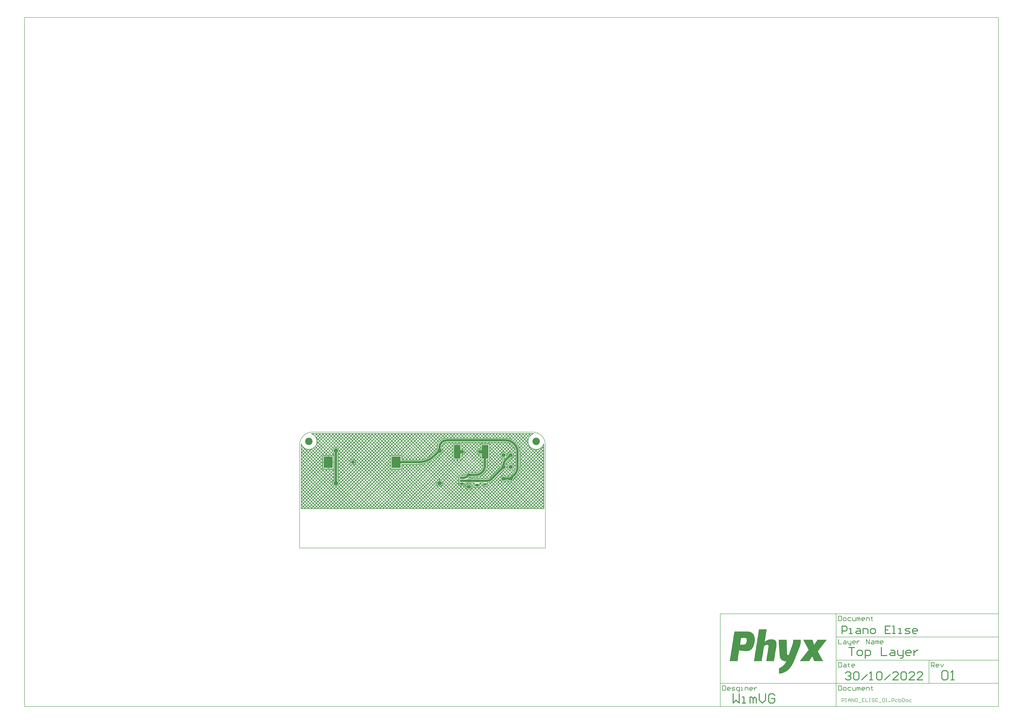
<source format=gtl>
G04*
G04 #@! TF.GenerationSoftware,Altium Limited,Altium Designer,22.10.1 (41)*
G04*
G04 Layer_Physical_Order=1*
G04 Layer_Color=3394611*
%FSLAX25Y25*%
%MOIN*%
G70*
G04*
G04 #@! TF.SameCoordinates,8BAF8B8E-E321-4B2E-8998-6E6DE7EF2018*
G04*
G04*
G04 #@! TF.FilePolarity,Positive*
G04*
G01*
G75*
%ADD10C,0.00787*%
%ADD11C,0.00591*%
%ADD14C,0.01000*%
%ADD15C,0.01575*%
%ADD19C,0.00984*%
%ADD20R,0.05906X0.05118*%
%ADD21R,0.15748X0.19685*%
%ADD22R,0.11811X0.23622*%
%ADD37C,0.03937*%
%ADD38C,0.05906*%
%ADD39C,0.07874*%
%ADD40C,0.12598*%
%ADD41C,0.07087*%
%ADD42R,0.03937X0.03937*%
G04:AMPARAMS|DCode=43|XSize=39.37mil|YSize=39.37mil|CornerRadius=9.84mil|HoleSize=0mil|Usage=FLASHONLY|Rotation=270.000|XOffset=0mil|YOffset=0mil|HoleType=Round|Shape=RoundedRectangle|*
%AMROUNDEDRECTD43*
21,1,0.03937,0.01968,0,0,270.0*
21,1,0.01968,0.03937,0,0,270.0*
1,1,0.01968,-0.00984,-0.00984*
1,1,0.01968,-0.00984,0.00984*
1,1,0.01968,0.00984,0.00984*
1,1,0.01968,0.00984,-0.00984*
%
%ADD43ROUNDEDRECTD43*%
%ADD44C,0.06299*%
%ADD45O,0.07874X0.03937*%
%ADD46O,0.07874X0.03937*%
%ADD47O,0.07874X0.05512*%
%ADD48C,0.05906*%
%ADD49R,0.05906X0.05906*%
G36*
X358134Y154252D02*
X357983Y154239D01*
X357818Y154197D01*
X357639Y154126D01*
X357444Y154026D01*
X357236Y153897D01*
X357013Y153739D01*
X356523Y153336D01*
X356256Y153091D01*
X355975Y152817D01*
X353191Y155601D01*
X353465Y155882D01*
X354113Y156639D01*
X354271Y156862D01*
X354400Y157070D01*
X354500Y157264D01*
X354571Y157444D01*
X354613Y157609D01*
X354626Y157760D01*
X358134Y154252D01*
D02*
G37*
G36*
X346421Y134252D02*
X346271Y134239D01*
X346106Y134197D01*
X345926Y134126D01*
X345732Y134026D01*
X345523Y133897D01*
X345300Y133739D01*
X344810Y133336D01*
X344543Y133091D01*
X344262Y132817D01*
X341478Y135601D01*
X341752Y135882D01*
X342400Y136638D01*
X342558Y136862D01*
X342687Y137070D01*
X342787Y137265D01*
X342858Y137444D01*
X342900Y137609D01*
X342914Y137760D01*
X346421Y134252D01*
D02*
G37*
G36*
X363148Y119990D02*
X362874Y119709D01*
X362226Y118952D01*
X362068Y118729D01*
X361939Y118520D01*
X361839Y118326D01*
X361768Y118146D01*
X361725Y117981D01*
X361712Y117831D01*
X358205Y121338D01*
X358355Y121351D01*
X358520Y121394D01*
X358700Y121465D01*
X358894Y121565D01*
X359103Y121694D01*
X359326Y121852D01*
X359816Y122255D01*
X360083Y122500D01*
X360364Y122774D01*
X363148Y119990D01*
D02*
G37*
G36*
X355639Y115315D02*
X355523Y115412D01*
X355377Y115499D01*
X355199Y115576D01*
X354991Y115642D01*
X354753Y115699D01*
X354483Y115745D01*
X353852Y115806D01*
X353490Y115822D01*
X353097Y115827D01*
Y119764D01*
X353490Y119769D01*
X354483Y119846D01*
X354753Y119892D01*
X354991Y119948D01*
X355199Y120015D01*
X355377Y120091D01*
X355523Y120178D01*
X355639Y120276D01*
Y115315D01*
D02*
G37*
G36*
X349103Y120178D02*
X349249Y120091D01*
X349427Y120015D01*
X349635Y119948D01*
X349873Y119892D01*
X350143Y119846D01*
X350774Y119784D01*
X351136Y119769D01*
X351529Y119764D01*
Y115827D01*
X351136Y115822D01*
X350143Y115745D01*
X349873Y115699D01*
X349635Y115642D01*
X349427Y115576D01*
X349249Y115499D01*
X349103Y115412D01*
X348987Y115315D01*
Y120276D01*
X349103Y120178D01*
D02*
G37*
G36*
X304161Y116610D02*
X304279Y116512D01*
X304476Y116425D01*
X304752Y116350D01*
X305106Y116286D01*
X305539Y116234D01*
X306642Y116165D01*
X308059Y116142D01*
Y112205D01*
X307311Y112199D01*
X305106Y112060D01*
X304752Y111996D01*
X304476Y111921D01*
X304279Y111834D01*
X304161Y111736D01*
X304122Y111626D01*
Y116720D01*
X304161Y116610D01*
D02*
G37*
G36*
X289881Y116611D02*
X290177Y116512D01*
X290525Y116425D01*
X290927Y116350D01*
X291889Y116234D01*
X293062Y116165D01*
X294401Y116142D01*
X295051Y116147D01*
X297256Y116286D01*
X297610Y116350D01*
X297886Y116425D01*
X298083Y116512D01*
X298201Y116610D01*
X298240Y116720D01*
Y111626D01*
X298201Y111736D01*
X298083Y111834D01*
X297886Y111921D01*
X297610Y111996D01*
X297256Y112060D01*
X296823Y112112D01*
X295721Y112182D01*
X294351Y112204D01*
X293728Y112199D01*
X290927Y111996D01*
X290525Y111921D01*
X290177Y111834D01*
X289881Y111736D01*
X289638Y111626D01*
Y116720D01*
X289881Y116611D01*
D02*
G37*
G36*
X285165Y111626D02*
X284922Y111736D01*
X284627Y111834D01*
X284278Y111921D01*
X283876Y111996D01*
X282914Y112112D01*
X281741Y112182D01*
X280357Y112205D01*
Y116142D01*
X281076Y116147D01*
X283876Y116350D01*
X284278Y116425D01*
X284627Y116512D01*
X284922Y116611D01*
X285165Y116720D01*
Y111626D01*
D02*
G37*
G36*
X895101Y-155808D02*
X894814D01*
Y-156094D01*
X894528D01*
Y-156380D01*
Y-156667D01*
X894242D01*
Y-156953D01*
X893955D01*
Y-157239D01*
X893669D01*
Y-157526D01*
Y-157812D01*
X893383D01*
Y-158098D01*
X893096D01*
Y-158385D01*
X892810D01*
Y-158671D01*
X892524D01*
Y-158957D01*
Y-159244D01*
X892237D01*
Y-159530D01*
X891951D01*
Y-159816D01*
X891665D01*
Y-160102D01*
Y-160389D01*
X891378D01*
Y-160675D01*
X891092D01*
Y-160961D01*
X890806D01*
Y-161248D01*
X890520D01*
Y-161534D01*
Y-161820D01*
X890233D01*
Y-162107D01*
X889947D01*
Y-162393D01*
X889661D01*
Y-162679D01*
Y-162966D01*
X889374D01*
Y-163252D01*
X889088D01*
Y-163538D01*
X888802D01*
Y-163824D01*
Y-164111D01*
X888515D01*
Y-164397D01*
X888229D01*
Y-164683D01*
X887943D01*
Y-164970D01*
X887656D01*
Y-165256D01*
Y-165542D01*
X887370D01*
Y-165829D01*
X887084D01*
Y-166115D01*
X886798D01*
Y-166401D01*
Y-166688D01*
X886511D01*
Y-166974D01*
X886225D01*
Y-167260D01*
X885939D01*
Y-167547D01*
Y-167833D01*
X885652D01*
Y-168119D01*
X885366D01*
Y-168405D01*
X885080D01*
Y-168692D01*
X884793D01*
Y-168978D01*
Y-169264D01*
X884507D01*
Y-169551D01*
X884221D01*
Y-169837D01*
X883934D01*
Y-170123D01*
Y-170410D01*
X883648D01*
Y-170696D01*
X883362D01*
Y-170982D01*
X883076D01*
Y-171269D01*
Y-171555D01*
X882789D01*
Y-171841D01*
X882503D01*
Y-172127D01*
X882216D01*
Y-172414D01*
X881930D01*
Y-172700D01*
Y-172986D01*
X881644D01*
Y-173273D01*
X881358D01*
Y-173559D01*
X881071D01*
Y-173845D01*
Y-174132D01*
X880785D01*
Y-174418D01*
X880499D01*
Y-174704D01*
X880212D01*
Y-174991D01*
X879926D01*
Y-175277D01*
Y-175563D01*
X880212D01*
Y-175850D01*
Y-176136D01*
X880499D01*
Y-176422D01*
Y-176709D01*
X880785D01*
Y-176995D01*
X881071D01*
Y-177281D01*
Y-177568D01*
X881358D01*
Y-177854D01*
Y-178140D01*
X881644D01*
Y-178426D01*
Y-178713D01*
X881930D01*
Y-178999D01*
Y-179285D01*
X882216D01*
Y-179572D01*
Y-179858D01*
X882503D01*
Y-180144D01*
Y-180431D01*
X882789D01*
Y-180717D01*
Y-181003D01*
X883076D01*
Y-181290D01*
Y-181576D01*
X883362D01*
Y-181862D01*
X883648D01*
Y-182149D01*
Y-182435D01*
X883934D01*
Y-182721D01*
Y-183007D01*
X884221D01*
Y-183294D01*
Y-183580D01*
X884507D01*
Y-183866D01*
Y-184153D01*
X884793D01*
Y-184439D01*
Y-184725D01*
X885080D01*
Y-185012D01*
Y-185298D01*
X885366D01*
Y-185584D01*
Y-185871D01*
X885652D01*
Y-186157D01*
X885939D01*
Y-186443D01*
Y-186730D01*
X886225D01*
Y-187016D01*
Y-187302D01*
X886511D01*
Y-187588D01*
Y-187875D01*
X886798D01*
Y-188161D01*
Y-188447D01*
X887084D01*
Y-188734D01*
Y-189020D01*
X887370D01*
Y-189306D01*
Y-189593D01*
X887656D01*
Y-189879D01*
Y-190165D01*
X887943D01*
Y-190452D01*
X888229D01*
Y-190738D01*
Y-191024D01*
X888515D01*
Y-191311D01*
Y-191597D01*
X888802D01*
Y-191883D01*
X873627D01*
Y-191597D01*
X873341D01*
Y-191311D01*
Y-191024D01*
Y-190738D01*
X873055D01*
Y-190452D01*
Y-190165D01*
Y-189879D01*
X872768D01*
Y-189593D01*
Y-189306D01*
X872482D01*
Y-189020D01*
Y-188734D01*
Y-188447D01*
X872196D01*
Y-188161D01*
Y-187875D01*
Y-187588D01*
X871909D01*
Y-187302D01*
Y-187016D01*
X871623D01*
Y-186730D01*
Y-186443D01*
Y-186157D01*
X871337D01*
Y-185871D01*
Y-185584D01*
Y-185298D01*
X871050D01*
Y-185012D01*
Y-184725D01*
Y-184439D01*
X870764D01*
Y-184153D01*
X870191D01*
Y-184439D01*
Y-184725D01*
X869905D01*
Y-185012D01*
X869619D01*
Y-185298D01*
Y-185584D01*
X869332D01*
Y-185871D01*
X869046D01*
Y-186157D01*
Y-186443D01*
X868760D01*
Y-186730D01*
X868474D01*
Y-187016D01*
Y-187302D01*
X868187D01*
Y-187588D01*
X867901D01*
Y-187875D01*
X867615D01*
Y-188161D01*
Y-188447D01*
X867328D01*
Y-188734D01*
X867042D01*
Y-189020D01*
Y-189306D01*
X866756D01*
Y-189593D01*
X866469D01*
Y-189879D01*
Y-190165D01*
X866183D01*
Y-190452D01*
X865897D01*
Y-190738D01*
Y-191024D01*
X865610D01*
Y-191311D01*
X865324D01*
Y-191597D01*
Y-191883D01*
X849290D01*
Y-191597D01*
X849577D01*
Y-191311D01*
X849863D01*
Y-191024D01*
X850150D01*
Y-190738D01*
X850436D01*
Y-190452D01*
Y-190165D01*
X850722D01*
Y-189879D01*
X851008D01*
Y-189593D01*
X851295D01*
Y-189306D01*
X851581D01*
Y-189020D01*
Y-188734D01*
X851867D01*
Y-188447D01*
X852154D01*
Y-188161D01*
X852440D01*
Y-187875D01*
Y-187588D01*
X852726D01*
Y-187302D01*
X853013D01*
Y-187016D01*
X853299D01*
Y-186730D01*
X853585D01*
Y-186443D01*
Y-186157D01*
X853872D01*
Y-185871D01*
X854158D01*
Y-185584D01*
X854444D01*
Y-185298D01*
X854731D01*
Y-185012D01*
Y-184725D01*
X855017D01*
Y-184439D01*
X855303D01*
Y-184153D01*
X855589D01*
Y-183866D01*
Y-183580D01*
X855876D01*
Y-183294D01*
X856162D01*
Y-183007D01*
X856448D01*
Y-182721D01*
X856735D01*
Y-182435D01*
Y-182149D01*
X857021D01*
Y-181862D01*
X857307D01*
Y-181576D01*
X857594D01*
Y-181290D01*
Y-181003D01*
X857880D01*
Y-180717D01*
X858166D01*
Y-180431D01*
X858453D01*
Y-180144D01*
X858739D01*
Y-179858D01*
Y-179572D01*
X859025D01*
Y-179285D01*
X859311D01*
Y-178999D01*
X859598D01*
Y-178713D01*
Y-178426D01*
X859884D01*
Y-178140D01*
X860170D01*
Y-177854D01*
X860457D01*
Y-177568D01*
X860743D01*
Y-177281D01*
Y-176995D01*
X861029D01*
Y-176709D01*
X861316D01*
Y-176422D01*
X861602D01*
Y-176136D01*
X861888D01*
Y-175850D01*
Y-175563D01*
X862175D01*
Y-175277D01*
X862461D01*
Y-174991D01*
X862747D01*
Y-174704D01*
Y-174418D01*
X863034D01*
Y-174132D01*
X863320D01*
Y-173845D01*
X863606D01*
Y-173559D01*
X863892D01*
Y-173273D01*
Y-172986D01*
X864179D01*
Y-172700D01*
Y-172414D01*
Y-172127D01*
X863892D01*
Y-171841D01*
X863606D01*
Y-171555D01*
Y-171269D01*
X863320D01*
Y-170982D01*
Y-170696D01*
X863034D01*
Y-170410D01*
Y-170123D01*
X862747D01*
Y-169837D01*
Y-169551D01*
X862461D01*
Y-169264D01*
Y-168978D01*
X862175D01*
Y-168692D01*
Y-168405D01*
X861888D01*
Y-168119D01*
X861602D01*
Y-167833D01*
Y-167547D01*
X861316D01*
Y-167260D01*
Y-166974D01*
X861029D01*
Y-166688D01*
Y-166401D01*
X860743D01*
Y-166115D01*
Y-165829D01*
X860457D01*
Y-165542D01*
Y-165256D01*
X860170D01*
Y-164970D01*
Y-164683D01*
X859884D01*
Y-164397D01*
X859598D01*
Y-164111D01*
Y-163824D01*
X859311D01*
Y-163538D01*
Y-163252D01*
X859025D01*
Y-162966D01*
Y-162679D01*
X858739D01*
Y-162393D01*
Y-162107D01*
X858453D01*
Y-161820D01*
Y-161534D01*
X858166D01*
Y-161248D01*
Y-160961D01*
X857880D01*
Y-160675D01*
Y-160389D01*
X857594D01*
Y-160102D01*
X857307D01*
Y-159816D01*
Y-159530D01*
X857021D01*
Y-159244D01*
Y-158957D01*
X856735D01*
Y-158671D01*
Y-158385D01*
X856448D01*
Y-158098D01*
Y-157812D01*
X856162D01*
Y-157526D01*
Y-157239D01*
X855876D01*
Y-156953D01*
Y-156667D01*
X855589D01*
Y-156380D01*
X855303D01*
Y-156094D01*
Y-155808D01*
X855017D01*
Y-155521D01*
X870764D01*
Y-155808D01*
X871050D01*
Y-156094D01*
Y-156380D01*
Y-156667D01*
X871337D01*
Y-156953D01*
Y-157239D01*
Y-157526D01*
X871623D01*
Y-157812D01*
Y-158098D01*
Y-158385D01*
X871909D01*
Y-158671D01*
Y-158957D01*
Y-159244D01*
X872196D01*
Y-159530D01*
Y-159816D01*
Y-160102D01*
X872482D01*
Y-160389D01*
Y-160675D01*
Y-160961D01*
X872768D01*
Y-161248D01*
Y-161534D01*
Y-161820D01*
X873055D01*
Y-162107D01*
Y-162393D01*
Y-162679D01*
X873341D01*
Y-162966D01*
Y-163252D01*
Y-163538D01*
Y-163824D01*
X873913D01*
Y-163538D01*
X874200D01*
Y-163252D01*
X874486D01*
Y-162966D01*
Y-162679D01*
X874772D01*
Y-162393D01*
X875059D01*
Y-162107D01*
Y-161820D01*
X875345D01*
Y-161534D01*
X875631D01*
Y-161248D01*
Y-160961D01*
X875918D01*
Y-160675D01*
X876204D01*
Y-160389D01*
Y-160102D01*
X876490D01*
Y-159816D01*
X876777D01*
Y-159530D01*
Y-159244D01*
X877063D01*
Y-158957D01*
X877349D01*
Y-158671D01*
Y-158385D01*
X877635D01*
Y-158098D01*
X877922D01*
Y-157812D01*
Y-157526D01*
X878208D01*
Y-157239D01*
X878494D01*
Y-156953D01*
Y-156667D01*
X878781D01*
Y-156380D01*
X879067D01*
Y-156094D01*
Y-155808D01*
X879353D01*
Y-155521D01*
X895101D01*
Y-155808D01*
D02*
G37*
G36*
X761965Y-141778D02*
X763683D01*
Y-142065D01*
X764542D01*
Y-142351D01*
X765401D01*
Y-142637D01*
X766260D01*
Y-142924D01*
X766832D01*
Y-143210D01*
X767119D01*
Y-143496D01*
X767691D01*
Y-143783D01*
X767978D01*
Y-144069D01*
X768550D01*
Y-144355D01*
X768837D01*
Y-144641D01*
X769123D01*
Y-144928D01*
X769409D01*
Y-145214D01*
X769696D01*
Y-145501D01*
X769982D01*
Y-145787D01*
X770268D01*
Y-146073D01*
Y-146359D01*
X770554D01*
Y-146646D01*
X770841D01*
Y-146932D01*
Y-147218D01*
X771127D01*
Y-147505D01*
X771414D01*
Y-147791D01*
Y-148077D01*
X771700D01*
Y-148364D01*
Y-148650D01*
Y-148936D01*
X771986D01*
Y-149223D01*
Y-149509D01*
Y-149795D01*
X772272D01*
Y-150082D01*
Y-150368D01*
Y-150654D01*
Y-150940D01*
X772559D01*
Y-151227D01*
Y-151513D01*
Y-151799D01*
Y-152086D01*
Y-152372D01*
X772845D01*
Y-152658D01*
Y-152945D01*
Y-153231D01*
Y-153517D01*
Y-153804D01*
Y-154090D01*
Y-154376D01*
Y-154663D01*
Y-154949D01*
Y-155235D01*
Y-155521D01*
Y-155808D01*
Y-156094D01*
Y-156380D01*
Y-156667D01*
Y-156953D01*
Y-157239D01*
Y-157526D01*
Y-157812D01*
Y-158098D01*
X772559D01*
Y-158385D01*
Y-158671D01*
Y-158957D01*
Y-159244D01*
Y-159530D01*
Y-159816D01*
Y-160102D01*
X772272D01*
Y-160389D01*
Y-160675D01*
Y-160961D01*
Y-161248D01*
Y-161534D01*
X771986D01*
Y-161820D01*
Y-162107D01*
Y-162393D01*
Y-162679D01*
Y-162966D01*
X771700D01*
Y-163252D01*
Y-163538D01*
Y-163824D01*
X771414D01*
Y-164111D01*
Y-164397D01*
Y-164683D01*
Y-164970D01*
X771127D01*
Y-165256D01*
Y-165542D01*
Y-165829D01*
X770841D01*
Y-166115D01*
Y-166401D01*
X770554D01*
Y-166688D01*
Y-166974D01*
Y-167260D01*
X770268D01*
Y-167547D01*
Y-167833D01*
X769982D01*
Y-168119D01*
Y-168405D01*
X769696D01*
Y-168692D01*
Y-168978D01*
X769409D01*
Y-169264D01*
X769123D01*
Y-169551D01*
Y-169837D01*
X768837D01*
Y-170123D01*
X768550D01*
Y-170410D01*
X768264D01*
Y-170696D01*
Y-170982D01*
X767978D01*
Y-171269D01*
X767691D01*
Y-171555D01*
X767405D01*
Y-171841D01*
X767119D01*
Y-172127D01*
X766832D01*
Y-172414D01*
X766260D01*
Y-172700D01*
X765974D01*
Y-172986D01*
X765401D01*
Y-173273D01*
X765115D01*
Y-173559D01*
X764542D01*
Y-173845D01*
X763683D01*
Y-174132D01*
X762824D01*
Y-174418D01*
X761965D01*
Y-174704D01*
X760247D01*
Y-174991D01*
X755094D01*
Y-174704D01*
X752517D01*
Y-174418D01*
X750513D01*
Y-174132D01*
X749081D01*
Y-173845D01*
X747649D01*
Y-173559D01*
X746218D01*
Y-173845D01*
Y-174132D01*
Y-174418D01*
Y-174704D01*
Y-174991D01*
Y-175277D01*
Y-175563D01*
X745932D01*
Y-175850D01*
Y-176136D01*
Y-176422D01*
Y-176709D01*
Y-176995D01*
Y-177281D01*
X745645D01*
Y-177568D01*
Y-177854D01*
Y-178140D01*
Y-178426D01*
Y-178713D01*
Y-178999D01*
X745359D01*
Y-179285D01*
Y-179572D01*
Y-179858D01*
Y-180144D01*
Y-180431D01*
Y-180717D01*
Y-181003D01*
X745073D01*
Y-181290D01*
Y-181576D01*
Y-181862D01*
Y-182149D01*
Y-182435D01*
Y-182721D01*
X744786D01*
Y-183007D01*
Y-183294D01*
Y-183580D01*
Y-183866D01*
Y-184153D01*
Y-184439D01*
X744500D01*
Y-184725D01*
Y-185012D01*
Y-185298D01*
Y-185584D01*
Y-185871D01*
Y-186157D01*
Y-186443D01*
X744214D01*
Y-186730D01*
Y-187016D01*
Y-187302D01*
Y-187588D01*
Y-187875D01*
Y-188161D01*
X743927D01*
Y-188447D01*
Y-188734D01*
Y-189020D01*
Y-189306D01*
Y-189593D01*
Y-189879D01*
X743641D01*
Y-190165D01*
Y-190452D01*
Y-190738D01*
Y-191024D01*
Y-191311D01*
Y-191597D01*
Y-191883D01*
X730184D01*
Y-191597D01*
X730471D01*
Y-191311D01*
Y-191024D01*
Y-190738D01*
Y-190452D01*
Y-190165D01*
X730757D01*
Y-189879D01*
Y-189593D01*
Y-189306D01*
Y-189020D01*
Y-188734D01*
Y-188447D01*
Y-188161D01*
X731043D01*
Y-187875D01*
Y-187588D01*
Y-187302D01*
Y-187016D01*
Y-186730D01*
Y-186443D01*
X731330D01*
Y-186157D01*
Y-185871D01*
Y-185584D01*
Y-185298D01*
Y-185012D01*
Y-184725D01*
X731616D01*
Y-184439D01*
Y-184153D01*
Y-183866D01*
Y-183580D01*
Y-183294D01*
Y-183007D01*
Y-182721D01*
X731902D01*
Y-182435D01*
Y-182149D01*
Y-181862D01*
Y-181576D01*
Y-181290D01*
Y-181003D01*
X732189D01*
Y-180717D01*
Y-180431D01*
Y-180144D01*
Y-179858D01*
Y-179572D01*
Y-179285D01*
X732475D01*
Y-178999D01*
Y-178713D01*
Y-178426D01*
Y-178140D01*
Y-177854D01*
Y-177568D01*
X732761D01*
Y-177281D01*
Y-176995D01*
Y-176709D01*
Y-176422D01*
Y-176136D01*
Y-175850D01*
Y-175563D01*
X733047D01*
Y-175277D01*
Y-174991D01*
Y-174704D01*
Y-174418D01*
Y-174132D01*
Y-173845D01*
X733334D01*
Y-173559D01*
Y-173273D01*
Y-172986D01*
Y-172700D01*
Y-172414D01*
Y-172127D01*
X733620D01*
Y-171841D01*
Y-171555D01*
Y-171269D01*
Y-170982D01*
Y-170696D01*
Y-170410D01*
X733907D01*
Y-170123D01*
Y-169837D01*
Y-169551D01*
Y-169264D01*
Y-168978D01*
Y-168692D01*
Y-168405D01*
X734193D01*
Y-168119D01*
Y-167833D01*
Y-167547D01*
Y-167260D01*
Y-166974D01*
Y-166688D01*
X734479D01*
Y-166401D01*
Y-166115D01*
Y-165829D01*
Y-165542D01*
Y-165256D01*
Y-164970D01*
X734765D01*
Y-164683D01*
Y-164397D01*
Y-164111D01*
Y-163824D01*
Y-163538D01*
Y-163252D01*
Y-162966D01*
X735052D01*
Y-162679D01*
Y-162393D01*
Y-162107D01*
Y-161820D01*
Y-161534D01*
Y-161248D01*
X735338D01*
Y-160961D01*
Y-160675D01*
Y-160389D01*
Y-160102D01*
Y-159816D01*
Y-159530D01*
X735624D01*
Y-159244D01*
Y-158957D01*
Y-158671D01*
Y-158385D01*
Y-158098D01*
Y-157812D01*
X735911D01*
Y-157526D01*
Y-157239D01*
Y-156953D01*
Y-156667D01*
Y-156380D01*
Y-156094D01*
Y-155808D01*
X736197D01*
Y-155521D01*
Y-155235D01*
Y-154949D01*
Y-154663D01*
Y-154376D01*
Y-154090D01*
X736483D01*
Y-153804D01*
Y-153517D01*
Y-153231D01*
Y-152945D01*
Y-152658D01*
Y-152372D01*
X736770D01*
Y-152086D01*
Y-151799D01*
Y-151513D01*
Y-151227D01*
Y-150940D01*
Y-150654D01*
Y-150368D01*
X737056D01*
Y-150082D01*
Y-149795D01*
Y-149509D01*
Y-149223D01*
Y-148936D01*
Y-148650D01*
X737342D01*
Y-148364D01*
Y-148077D01*
Y-147791D01*
Y-147505D01*
Y-147218D01*
Y-146932D01*
X737629D01*
Y-146646D01*
Y-146359D01*
Y-146073D01*
Y-145787D01*
Y-145501D01*
Y-145214D01*
Y-144928D01*
X737915D01*
Y-144641D01*
Y-144355D01*
Y-144069D01*
Y-143783D01*
Y-143496D01*
Y-143210D01*
X738201D01*
Y-142924D01*
Y-142637D01*
Y-142351D01*
Y-142065D01*
Y-141778D01*
Y-141492D01*
X761965D01*
Y-141778D01*
D02*
G37*
G36*
X851008Y-155808D02*
Y-156094D01*
Y-156380D01*
Y-156667D01*
Y-156953D01*
Y-157239D01*
Y-157526D01*
Y-157812D01*
Y-158098D01*
Y-158385D01*
Y-158671D01*
Y-158957D01*
Y-159244D01*
Y-159530D01*
Y-159816D01*
Y-160102D01*
Y-160389D01*
Y-160675D01*
Y-160961D01*
Y-161248D01*
Y-161534D01*
X850722D01*
Y-161820D01*
Y-162107D01*
Y-162393D01*
Y-162679D01*
Y-162966D01*
X850436D01*
Y-163252D01*
Y-163538D01*
Y-163824D01*
Y-164111D01*
X850150D01*
Y-164397D01*
Y-164683D01*
Y-164970D01*
Y-165256D01*
X849863D01*
Y-165542D01*
Y-165829D01*
Y-166115D01*
X849577D01*
Y-166401D01*
Y-166688D01*
Y-166974D01*
X849290D01*
Y-167260D01*
Y-167547D01*
Y-167833D01*
X849004D01*
Y-168119D01*
Y-168405D01*
Y-168692D01*
X848718D01*
Y-168978D01*
Y-169264D01*
X848432D01*
Y-169551D01*
Y-169837D01*
X848145D01*
Y-170123D01*
Y-170410D01*
Y-170696D01*
X847859D01*
Y-170982D01*
Y-171269D01*
X847573D01*
Y-171555D01*
Y-171841D01*
Y-172127D01*
X847286D01*
Y-172414D01*
Y-172700D01*
X847000D01*
Y-172986D01*
Y-173273D01*
Y-173559D01*
X846714D01*
Y-173845D01*
Y-174132D01*
X846427D01*
Y-174418D01*
Y-174704D01*
Y-174991D01*
X846141D01*
Y-175277D01*
Y-175563D01*
X845855D01*
Y-175850D01*
Y-176136D01*
Y-176422D01*
X845568D01*
Y-176709D01*
Y-176995D01*
X845282D01*
Y-177281D01*
Y-177568D01*
Y-177854D01*
X844996D01*
Y-178140D01*
Y-178426D01*
X844709D01*
Y-178713D01*
Y-178999D01*
Y-179285D01*
X844423D01*
Y-179572D01*
Y-179858D01*
X844137D01*
Y-180144D01*
Y-180431D01*
Y-180717D01*
X843851D01*
Y-181003D01*
Y-181290D01*
X843564D01*
Y-181576D01*
Y-181862D01*
Y-182149D01*
X843278D01*
Y-182435D01*
Y-182721D01*
X842992D01*
Y-183007D01*
Y-183294D01*
Y-183580D01*
X842705D01*
Y-183866D01*
Y-184153D01*
X842419D01*
Y-184439D01*
Y-184725D01*
Y-185012D01*
X842133D01*
Y-185298D01*
Y-185584D01*
X841846D01*
Y-185871D01*
Y-186157D01*
Y-186443D01*
X841560D01*
Y-186730D01*
Y-187016D01*
X841274D01*
Y-187302D01*
Y-187588D01*
Y-187875D01*
X840987D01*
Y-188161D01*
Y-188447D01*
X840701D01*
Y-188734D01*
Y-189020D01*
Y-189306D01*
X840415D01*
Y-189593D01*
Y-189879D01*
X840129D01*
Y-190165D01*
Y-190452D01*
Y-190738D01*
X839842D01*
Y-191024D01*
Y-191311D01*
X839556D01*
Y-191597D01*
Y-191883D01*
Y-192169D01*
X839270D01*
Y-192456D01*
Y-192742D01*
X838983D01*
Y-193028D01*
Y-193315D01*
X838697D01*
Y-193601D01*
Y-193887D01*
X838411D01*
Y-194174D01*
Y-194460D01*
Y-194746D01*
X838124D01*
Y-195033D01*
X837838D01*
Y-195319D01*
Y-195605D01*
Y-195891D01*
X837552D01*
Y-196178D01*
X837265D01*
Y-196464D01*
Y-196750D01*
X836979D01*
Y-197037D01*
Y-197323D01*
X836693D01*
Y-197609D01*
Y-197896D01*
X836407D01*
Y-198182D01*
Y-198468D01*
X836120D01*
Y-198755D01*
X835834D01*
Y-199041D01*
Y-199327D01*
X835548D01*
Y-199614D01*
Y-199900D01*
X835261D01*
Y-200186D01*
X834975D01*
Y-200472D01*
X834689D01*
Y-200759D01*
Y-201045D01*
X834402D01*
Y-201331D01*
X834116D01*
Y-201618D01*
Y-201904D01*
X833830D01*
Y-202190D01*
X833543D01*
Y-202477D01*
X833257D01*
Y-202763D01*
Y-203049D01*
X832971D01*
Y-203336D01*
X832684D01*
Y-203622D01*
X832398D01*
Y-203908D01*
X832112D01*
Y-204195D01*
X831826D01*
Y-204481D01*
Y-204767D01*
X831539D01*
Y-205053D01*
X831253D01*
Y-205340D01*
X830966D01*
Y-205626D01*
X830680D01*
Y-205912D01*
X830394D01*
Y-206199D01*
X830108D01*
Y-206485D01*
X829821D01*
Y-206771D01*
X829249D01*
Y-207058D01*
X828962D01*
Y-207344D01*
X828676D01*
Y-207630D01*
X828390D01*
Y-207917D01*
X828103D01*
Y-208203D01*
X827531D01*
Y-208489D01*
X827244D01*
Y-208776D01*
X826672D01*
Y-209062D01*
X826385D01*
Y-209348D01*
X825813D01*
Y-209634D01*
X825527D01*
Y-209921D01*
X824954D01*
Y-210207D01*
X824381D01*
Y-210493D01*
X823809D01*
Y-210780D01*
X823236D01*
Y-211066D01*
X822663D01*
Y-211352D01*
X821805D01*
Y-211639D01*
X821232D01*
Y-211925D01*
X820373D01*
Y-212211D01*
X819228D01*
Y-212498D01*
X818082D01*
Y-212784D01*
X816365D01*
Y-213070D01*
X814360D01*
Y-213357D01*
X814074D01*
Y-213070D01*
Y-212784D01*
Y-212498D01*
Y-212211D01*
Y-211925D01*
Y-211639D01*
Y-211352D01*
Y-211066D01*
Y-210780D01*
Y-210493D01*
Y-210207D01*
Y-209921D01*
Y-209634D01*
Y-209348D01*
Y-209062D01*
Y-208776D01*
Y-208489D01*
Y-208203D01*
Y-207917D01*
Y-207630D01*
Y-207344D01*
Y-207058D01*
Y-206771D01*
Y-206485D01*
Y-206199D01*
Y-205912D01*
Y-205626D01*
Y-205340D01*
Y-205053D01*
Y-204767D01*
Y-204481D01*
Y-204195D01*
Y-203908D01*
X814647D01*
Y-203622D01*
X815219D01*
Y-203336D01*
X815792D01*
Y-203049D01*
X816365D01*
Y-202763D01*
X816937D01*
Y-202477D01*
X817510D01*
Y-202190D01*
X817796D01*
Y-201904D01*
X818369D01*
Y-201618D01*
X818655D01*
Y-201331D01*
X819228D01*
Y-201045D01*
X819514D01*
Y-200759D01*
X819800D01*
Y-200472D01*
X820373D01*
Y-200186D01*
X820659D01*
Y-199900D01*
X820946D01*
Y-199614D01*
X821232D01*
Y-199327D01*
X821518D01*
Y-199041D01*
X821805D01*
Y-198755D01*
X822091D01*
Y-198468D01*
X822377D01*
Y-198182D01*
X822663D01*
Y-197896D01*
X822950D01*
Y-197609D01*
X823236D01*
Y-197323D01*
X823522D01*
Y-197037D01*
Y-196750D01*
X823809D01*
Y-196464D01*
X824095D01*
Y-196178D01*
X824381D01*
Y-195891D01*
Y-195605D01*
X824668D01*
Y-195319D01*
X824954D01*
Y-195033D01*
Y-194746D01*
X825240D01*
Y-194460D01*
Y-194174D01*
X825527D01*
Y-193887D01*
X825813D01*
Y-193601D01*
Y-193315D01*
X826099D01*
Y-193028D01*
Y-192742D01*
X826385D01*
Y-192456D01*
Y-192169D01*
X824668D01*
Y-191883D01*
X822663D01*
Y-191597D01*
X821518D01*
Y-191311D01*
X820946D01*
Y-191024D01*
X820087D01*
Y-190738D01*
X819514D01*
Y-190452D01*
X819228D01*
Y-190165D01*
X818655D01*
Y-189879D01*
X818369D01*
Y-189593D01*
X818082D01*
Y-189306D01*
X817796D01*
Y-189020D01*
X817510D01*
Y-188734D01*
X817223D01*
Y-188447D01*
Y-188161D01*
X816937D01*
Y-187875D01*
X816651D01*
Y-187588D01*
Y-187302D01*
X816365D01*
Y-187016D01*
Y-186730D01*
X816078D01*
Y-186443D01*
Y-186157D01*
X815792D01*
Y-185871D01*
Y-185584D01*
Y-185298D01*
X815506D01*
Y-185012D01*
Y-184725D01*
Y-184439D01*
Y-184153D01*
X815219D01*
Y-183866D01*
Y-183580D01*
Y-183294D01*
Y-183007D01*
Y-182721D01*
Y-182435D01*
Y-182149D01*
X814933D01*
Y-181862D01*
Y-181576D01*
Y-181290D01*
Y-181003D01*
Y-180717D01*
Y-180431D01*
Y-180144D01*
Y-179858D01*
Y-179572D01*
Y-179285D01*
Y-178999D01*
Y-178713D01*
Y-178426D01*
Y-178140D01*
Y-177854D01*
X814647D01*
Y-177568D01*
Y-177281D01*
Y-176995D01*
Y-176709D01*
Y-176422D01*
Y-176136D01*
Y-175850D01*
Y-175563D01*
Y-175277D01*
Y-174991D01*
Y-174704D01*
Y-174418D01*
Y-174132D01*
Y-173845D01*
Y-173559D01*
X814360D01*
Y-173273D01*
Y-172986D01*
Y-172700D01*
Y-172414D01*
Y-172127D01*
Y-171841D01*
Y-171555D01*
Y-171269D01*
Y-170982D01*
Y-170696D01*
Y-170410D01*
Y-170123D01*
Y-169837D01*
Y-169551D01*
Y-169264D01*
Y-168978D01*
X814074D01*
Y-168692D01*
Y-168405D01*
Y-168119D01*
Y-167833D01*
Y-167547D01*
Y-167260D01*
Y-166974D01*
Y-166688D01*
Y-166401D01*
Y-166115D01*
Y-165829D01*
Y-165542D01*
Y-165256D01*
Y-164970D01*
Y-164683D01*
Y-164397D01*
X813788D01*
Y-164111D01*
Y-163824D01*
Y-163538D01*
Y-163252D01*
Y-162966D01*
Y-162679D01*
Y-162393D01*
Y-162107D01*
Y-161820D01*
Y-161534D01*
Y-161248D01*
Y-160961D01*
Y-160675D01*
Y-160389D01*
X813501D01*
Y-160102D01*
Y-159816D01*
Y-159530D01*
Y-159244D01*
Y-158957D01*
Y-158671D01*
Y-158385D01*
Y-158098D01*
Y-157812D01*
Y-157526D01*
Y-157239D01*
Y-156953D01*
Y-156667D01*
Y-156380D01*
Y-156094D01*
Y-155808D01*
X813215D01*
Y-155521D01*
X826958D01*
Y-155808D01*
Y-156094D01*
Y-156380D01*
Y-156667D01*
Y-156953D01*
Y-157239D01*
Y-157526D01*
Y-157812D01*
Y-158098D01*
Y-158385D01*
Y-158671D01*
Y-158957D01*
Y-159244D01*
Y-159530D01*
X827244D01*
Y-159816D01*
Y-160102D01*
Y-160389D01*
Y-160675D01*
Y-160961D01*
Y-161248D01*
Y-161534D01*
Y-161820D01*
Y-162107D01*
Y-162393D01*
Y-162679D01*
Y-162966D01*
Y-163252D01*
Y-163538D01*
Y-163824D01*
Y-164111D01*
Y-164397D01*
Y-164683D01*
Y-164970D01*
Y-165256D01*
Y-165542D01*
Y-165829D01*
Y-166115D01*
Y-166401D01*
Y-166688D01*
Y-166974D01*
Y-167260D01*
Y-167547D01*
Y-167833D01*
Y-168119D01*
Y-168405D01*
Y-168692D01*
Y-168978D01*
Y-169264D01*
Y-169551D01*
Y-169837D01*
Y-170123D01*
Y-170410D01*
Y-170696D01*
Y-170982D01*
Y-171269D01*
X827531D01*
Y-171555D01*
X827244D01*
Y-171841D01*
Y-172127D01*
X827531D01*
Y-172414D01*
Y-172700D01*
Y-172986D01*
Y-173273D01*
Y-173559D01*
Y-173845D01*
Y-174132D01*
Y-174418D01*
Y-174704D01*
Y-174991D01*
Y-175277D01*
Y-175563D01*
Y-175850D01*
Y-176136D01*
Y-176422D01*
Y-176709D01*
Y-176995D01*
Y-177281D01*
Y-177568D01*
Y-177854D01*
Y-178140D01*
Y-178426D01*
Y-178713D01*
Y-178999D01*
Y-179285D01*
Y-179572D01*
X827817D01*
Y-179858D01*
Y-180144D01*
Y-180431D01*
X828103D01*
Y-180717D01*
X828390D01*
Y-181003D01*
X828676D01*
Y-181290D01*
X829535D01*
Y-181576D01*
X830394D01*
Y-181290D01*
X830680D01*
Y-181003D01*
Y-180717D01*
Y-180431D01*
X830966D01*
Y-180144D01*
Y-179858D01*
X831253D01*
Y-179572D01*
Y-179285D01*
Y-178999D01*
X831539D01*
Y-178713D01*
Y-178426D01*
Y-178140D01*
X831826D01*
Y-177854D01*
Y-177568D01*
Y-177281D01*
X832112D01*
Y-176995D01*
Y-176709D01*
Y-176422D01*
X832398D01*
Y-176136D01*
Y-175850D01*
X832684D01*
Y-175563D01*
Y-175277D01*
Y-174991D01*
X832971D01*
Y-174704D01*
Y-174418D01*
Y-174132D01*
X833257D01*
Y-173845D01*
Y-173559D01*
Y-173273D01*
X833543D01*
Y-172986D01*
Y-172700D01*
X833830D01*
Y-172414D01*
Y-172127D01*
Y-171841D01*
X834116D01*
Y-171555D01*
Y-171269D01*
Y-170982D01*
X834402D01*
Y-170696D01*
Y-170410D01*
Y-170123D01*
X834689D01*
Y-169837D01*
Y-169551D01*
X834975D01*
Y-169264D01*
Y-168978D01*
Y-168692D01*
X835261D01*
Y-168405D01*
Y-168119D01*
Y-167833D01*
X835548D01*
Y-167547D01*
Y-167260D01*
Y-166974D01*
X835834D01*
Y-166688D01*
Y-166401D01*
X836120D01*
Y-166115D01*
Y-165829D01*
Y-165542D01*
X836407D01*
Y-165256D01*
Y-164970D01*
Y-164683D01*
X836693D01*
Y-164397D01*
Y-164111D01*
Y-163824D01*
X836979D01*
Y-163538D01*
Y-163252D01*
Y-162966D01*
Y-162679D01*
X837265D01*
Y-162393D01*
Y-162107D01*
Y-161820D01*
Y-161534D01*
X837552D01*
Y-161248D01*
Y-160961D01*
Y-160675D01*
Y-160389D01*
Y-160102D01*
X837838D01*
Y-159816D01*
Y-159530D01*
Y-159244D01*
Y-158957D01*
Y-158671D01*
Y-158385D01*
X838124D01*
Y-158098D01*
Y-157812D01*
Y-157526D01*
Y-157239D01*
Y-156953D01*
Y-156667D01*
Y-156380D01*
Y-156094D01*
Y-155808D01*
Y-155521D01*
X851008D01*
Y-155808D01*
D02*
G37*
G36*
X793173Y-138343D02*
Y-138629D01*
X792887D01*
Y-138915D01*
Y-139202D01*
Y-139488D01*
Y-139774D01*
Y-140060D01*
Y-140347D01*
X792601D01*
Y-140633D01*
Y-140919D01*
Y-141206D01*
Y-141492D01*
Y-141778D01*
Y-142065D01*
X792314D01*
Y-142351D01*
Y-142637D01*
Y-142924D01*
Y-143210D01*
Y-143496D01*
Y-143783D01*
Y-144069D01*
X792028D01*
Y-144355D01*
Y-144641D01*
Y-144928D01*
Y-145214D01*
Y-145501D01*
Y-145787D01*
X791742D01*
Y-146073D01*
Y-146359D01*
Y-146646D01*
Y-146932D01*
Y-147218D01*
Y-147505D01*
X791455D01*
Y-147791D01*
Y-148077D01*
Y-148364D01*
Y-148650D01*
Y-148936D01*
Y-149223D01*
Y-149509D01*
X791169D01*
Y-149795D01*
Y-150082D01*
Y-150368D01*
Y-150654D01*
Y-150940D01*
Y-151227D01*
X790883D01*
Y-151513D01*
Y-151799D01*
Y-152086D01*
Y-152372D01*
Y-152658D01*
Y-152945D01*
X790596D01*
Y-153231D01*
Y-153517D01*
Y-153804D01*
Y-154090D01*
Y-154376D01*
Y-154663D01*
X790310D01*
Y-154949D01*
Y-155235D01*
Y-155521D01*
Y-155808D01*
Y-156094D01*
Y-156380D01*
Y-156667D01*
X790024D01*
Y-156953D01*
Y-157239D01*
Y-157526D01*
Y-157812D01*
Y-158098D01*
Y-158385D01*
X789738D01*
Y-158671D01*
Y-158957D01*
X790310D01*
Y-158671D01*
X790596D01*
Y-158385D01*
X790883D01*
Y-158098D01*
X791455D01*
Y-157812D01*
X791742D01*
Y-157526D01*
X792028D01*
Y-157239D01*
X792601D01*
Y-156953D01*
X793173D01*
Y-156667D01*
X793460D01*
Y-156380D01*
X794032D01*
Y-156094D01*
X794891D01*
Y-155808D01*
X795464D01*
Y-155521D01*
X796323D01*
Y-155235D01*
X797754D01*
Y-154949D01*
X804053D01*
Y-155235D01*
X805198D01*
Y-155521D01*
X806057D01*
Y-155808D01*
X806630D01*
Y-156094D01*
X806916D01*
Y-156380D01*
X807489D01*
Y-156667D01*
X807775D01*
Y-156953D01*
X808062D01*
Y-157239D01*
X808348D01*
Y-157526D01*
X808634D01*
Y-157812D01*
Y-158098D01*
X808920D01*
Y-158385D01*
Y-158671D01*
X809207D01*
Y-158957D01*
Y-159244D01*
Y-159530D01*
X809493D01*
Y-159816D01*
Y-160102D01*
Y-160389D01*
Y-160675D01*
X809779D01*
Y-160961D01*
Y-161248D01*
Y-161534D01*
Y-161820D01*
Y-162107D01*
Y-162393D01*
Y-162679D01*
Y-162966D01*
Y-163252D01*
Y-163538D01*
Y-163824D01*
Y-164111D01*
Y-164397D01*
Y-164683D01*
Y-164970D01*
Y-165256D01*
Y-165542D01*
Y-165829D01*
X809493D01*
Y-166115D01*
Y-166401D01*
Y-166688D01*
Y-166974D01*
Y-167260D01*
Y-167547D01*
Y-167833D01*
X809207D01*
Y-168119D01*
Y-168405D01*
Y-168692D01*
Y-168978D01*
Y-169264D01*
Y-169551D01*
Y-169837D01*
X808920D01*
Y-170123D01*
Y-170410D01*
Y-170696D01*
Y-170982D01*
Y-171269D01*
Y-171555D01*
X808634D01*
Y-171841D01*
Y-172127D01*
Y-172414D01*
Y-172700D01*
Y-172986D01*
Y-173273D01*
X808348D01*
Y-173559D01*
Y-173845D01*
Y-174132D01*
Y-174418D01*
Y-174704D01*
Y-174991D01*
X808062D01*
Y-175277D01*
Y-175563D01*
Y-175850D01*
Y-176136D01*
Y-176422D01*
Y-176709D01*
Y-176995D01*
X807775D01*
Y-177281D01*
Y-177568D01*
Y-177854D01*
Y-178140D01*
Y-178426D01*
Y-178713D01*
X807489D01*
Y-178999D01*
Y-179285D01*
Y-179572D01*
Y-179858D01*
Y-180144D01*
Y-180431D01*
X807203D01*
Y-180717D01*
Y-181003D01*
Y-181290D01*
Y-181576D01*
Y-181862D01*
Y-182149D01*
Y-182435D01*
X806916D01*
Y-182721D01*
Y-183007D01*
Y-183294D01*
Y-183580D01*
Y-183866D01*
Y-184153D01*
X806630D01*
Y-184439D01*
Y-184725D01*
Y-185012D01*
Y-185298D01*
Y-185584D01*
Y-185871D01*
X806344D01*
Y-186157D01*
Y-186443D01*
Y-186730D01*
Y-187016D01*
Y-187302D01*
Y-187588D01*
X806057D01*
Y-187875D01*
Y-188161D01*
Y-188447D01*
Y-188734D01*
Y-189020D01*
Y-189306D01*
Y-189593D01*
X805771D01*
Y-189879D01*
Y-190165D01*
Y-190452D01*
Y-190738D01*
Y-191024D01*
Y-191311D01*
X805485D01*
Y-191597D01*
Y-191883D01*
X792314D01*
Y-191597D01*
Y-191311D01*
X792601D01*
Y-191024D01*
Y-190738D01*
Y-190452D01*
Y-190165D01*
Y-189879D01*
Y-189593D01*
X792887D01*
Y-189306D01*
Y-189020D01*
Y-188734D01*
Y-188447D01*
Y-188161D01*
Y-187875D01*
Y-187588D01*
X793173D01*
Y-187302D01*
Y-187016D01*
Y-186730D01*
Y-186443D01*
Y-186157D01*
Y-185871D01*
X793460D01*
Y-185584D01*
Y-185298D01*
Y-185012D01*
Y-184725D01*
Y-184439D01*
Y-184153D01*
X793746D01*
Y-183866D01*
Y-183580D01*
Y-183294D01*
Y-183007D01*
Y-182721D01*
Y-182435D01*
Y-182149D01*
X794032D01*
Y-181862D01*
Y-181576D01*
Y-181290D01*
Y-181003D01*
Y-180717D01*
Y-180431D01*
X794318D01*
Y-180144D01*
Y-179858D01*
Y-179572D01*
Y-179285D01*
Y-178999D01*
Y-178713D01*
Y-178426D01*
X794605D01*
Y-178140D01*
Y-177854D01*
Y-177568D01*
Y-177281D01*
Y-176995D01*
Y-176709D01*
X794891D01*
Y-176422D01*
Y-176136D01*
Y-175850D01*
Y-175563D01*
Y-175277D01*
Y-174991D01*
X795177D01*
Y-174704D01*
Y-174418D01*
Y-174132D01*
Y-173845D01*
Y-173559D01*
Y-173273D01*
X795464D01*
Y-172986D01*
Y-172700D01*
Y-172414D01*
Y-172127D01*
Y-171841D01*
Y-171555D01*
Y-171269D01*
X795750D01*
Y-170982D01*
Y-170696D01*
Y-170410D01*
Y-170123D01*
Y-169837D01*
Y-169551D01*
X796036D01*
Y-169264D01*
Y-168978D01*
Y-168692D01*
Y-168405D01*
Y-168119D01*
Y-167833D01*
Y-167547D01*
X796323D01*
Y-167260D01*
Y-166974D01*
Y-166688D01*
Y-166401D01*
Y-166115D01*
Y-165829D01*
X796036D01*
Y-165542D01*
Y-165256D01*
X795750D01*
Y-164970D01*
X795464D01*
Y-164683D01*
X794891D01*
Y-164397D01*
X793173D01*
Y-164683D01*
X791742D01*
Y-164970D01*
X790883D01*
Y-165256D01*
X790310D01*
Y-165542D01*
X790024D01*
Y-165829D01*
X789451D01*
Y-166115D01*
X789165D01*
Y-166401D01*
X788878D01*
Y-166688D01*
Y-166974D01*
X788592D01*
Y-167260D01*
Y-167547D01*
Y-167833D01*
X788306D01*
Y-168119D01*
Y-168405D01*
Y-168692D01*
Y-168978D01*
Y-169264D01*
Y-169551D01*
X788020D01*
Y-169837D01*
Y-170123D01*
Y-170410D01*
Y-170696D01*
Y-170982D01*
Y-171269D01*
Y-171555D01*
X787733D01*
Y-171841D01*
Y-172127D01*
Y-172414D01*
Y-172700D01*
Y-172986D01*
Y-173273D01*
X787447D01*
Y-173559D01*
Y-173845D01*
Y-174132D01*
Y-174418D01*
Y-174704D01*
Y-174991D01*
X787161D01*
Y-175277D01*
Y-175563D01*
Y-175850D01*
Y-176136D01*
Y-176422D01*
Y-176709D01*
X786874D01*
Y-176995D01*
Y-177281D01*
Y-177568D01*
Y-177854D01*
Y-178140D01*
Y-178426D01*
Y-178713D01*
X786588D01*
Y-178999D01*
Y-179285D01*
Y-179572D01*
Y-179858D01*
Y-180144D01*
Y-180431D01*
X786302D01*
Y-180717D01*
Y-181003D01*
Y-181290D01*
Y-181576D01*
Y-181862D01*
Y-182149D01*
X786015D01*
Y-182435D01*
Y-182721D01*
Y-183007D01*
Y-183294D01*
Y-183580D01*
Y-183866D01*
Y-184153D01*
X785729D01*
Y-184439D01*
Y-184725D01*
Y-185012D01*
Y-185298D01*
Y-185584D01*
Y-185871D01*
X785443D01*
Y-186157D01*
Y-186443D01*
Y-186730D01*
Y-187016D01*
Y-187302D01*
Y-187588D01*
X785156D01*
Y-187875D01*
Y-188161D01*
Y-188447D01*
Y-188734D01*
Y-189020D01*
Y-189306D01*
X784870D01*
Y-189593D01*
Y-189879D01*
Y-190165D01*
Y-190452D01*
Y-190738D01*
Y-191024D01*
Y-191311D01*
X784584D01*
Y-191597D01*
Y-191883D01*
X771414D01*
Y-191597D01*
Y-191311D01*
X771700D01*
Y-191024D01*
Y-190738D01*
Y-190452D01*
Y-190165D01*
Y-189879D01*
Y-189593D01*
Y-189306D01*
X771986D01*
Y-189020D01*
Y-188734D01*
Y-188447D01*
Y-188161D01*
Y-187875D01*
Y-187588D01*
X772272D01*
Y-187302D01*
Y-187016D01*
Y-186730D01*
Y-186443D01*
Y-186157D01*
Y-185871D01*
X772559D01*
Y-185584D01*
Y-185298D01*
Y-185012D01*
Y-184725D01*
Y-184439D01*
Y-184153D01*
Y-183866D01*
X772845D01*
Y-183580D01*
Y-183294D01*
Y-183007D01*
Y-182721D01*
Y-182435D01*
Y-182149D01*
X773131D01*
Y-181862D01*
Y-181576D01*
Y-181290D01*
Y-181003D01*
Y-180717D01*
Y-180431D01*
X773418D01*
Y-180144D01*
Y-179858D01*
Y-179572D01*
Y-179285D01*
Y-178999D01*
Y-178713D01*
X773704D01*
Y-178426D01*
Y-178140D01*
Y-177854D01*
Y-177568D01*
Y-177281D01*
Y-176995D01*
Y-176709D01*
X773990D01*
Y-176422D01*
Y-176136D01*
Y-175850D01*
Y-175563D01*
Y-175277D01*
Y-174991D01*
X774277D01*
Y-174704D01*
Y-174418D01*
Y-174132D01*
Y-173845D01*
Y-173559D01*
Y-173273D01*
X774563D01*
Y-172986D01*
Y-172700D01*
Y-172414D01*
Y-172127D01*
Y-171841D01*
Y-171555D01*
Y-171269D01*
X774849D01*
Y-170982D01*
Y-170696D01*
Y-170410D01*
Y-170123D01*
Y-169837D01*
Y-169551D01*
X775136D01*
Y-169264D01*
Y-168978D01*
Y-168692D01*
Y-168405D01*
Y-168119D01*
Y-167833D01*
X775422D01*
Y-167547D01*
Y-167260D01*
Y-166974D01*
Y-166688D01*
Y-166401D01*
Y-166115D01*
X775708D01*
Y-165829D01*
Y-165542D01*
Y-165256D01*
Y-164970D01*
Y-164683D01*
Y-164397D01*
Y-164111D01*
X775994D01*
Y-163824D01*
Y-163538D01*
Y-163252D01*
Y-162966D01*
Y-162679D01*
Y-162393D01*
X776281D01*
Y-162107D01*
Y-161820D01*
Y-161534D01*
Y-161248D01*
Y-160961D01*
Y-160675D01*
X776567D01*
Y-160389D01*
Y-160102D01*
Y-159816D01*
Y-159530D01*
Y-159244D01*
Y-158957D01*
X776853D01*
Y-158671D01*
Y-158385D01*
Y-158098D01*
Y-157812D01*
Y-157526D01*
Y-157239D01*
Y-156953D01*
X777140D01*
Y-156667D01*
Y-156380D01*
Y-156094D01*
Y-155808D01*
Y-155521D01*
Y-155235D01*
X777426D01*
Y-154949D01*
Y-154663D01*
Y-154376D01*
Y-154090D01*
Y-153804D01*
Y-153517D01*
X777712D01*
Y-153231D01*
Y-152945D01*
Y-152658D01*
Y-152372D01*
Y-152086D01*
Y-151799D01*
Y-151513D01*
X777999D01*
Y-151227D01*
Y-150940D01*
Y-150654D01*
Y-150368D01*
Y-150082D01*
Y-149795D01*
X778285D01*
Y-149509D01*
Y-149223D01*
Y-148936D01*
Y-148650D01*
Y-148364D01*
Y-148077D01*
X778571D01*
Y-147791D01*
Y-147505D01*
Y-147218D01*
Y-146932D01*
Y-146646D01*
Y-146359D01*
X778858D01*
Y-146073D01*
Y-145787D01*
Y-145501D01*
Y-145214D01*
Y-144928D01*
Y-144641D01*
Y-144355D01*
X779144D01*
Y-144069D01*
Y-143783D01*
Y-143496D01*
Y-143210D01*
Y-142924D01*
Y-142637D01*
X779430D01*
Y-142351D01*
Y-142065D01*
Y-141778D01*
Y-141492D01*
Y-141206D01*
Y-140919D01*
X779716D01*
Y-140633D01*
Y-140347D01*
Y-140060D01*
Y-139774D01*
Y-139488D01*
Y-139202D01*
Y-138915D01*
X780003D01*
Y-138629D01*
Y-138343D01*
Y-138056D01*
X793173D01*
Y-138343D01*
D02*
G37*
%LPC*%
G36*
X757670Y-152658D02*
X749654D01*
Y-152945D01*
Y-153231D01*
Y-153517D01*
Y-153804D01*
Y-154090D01*
X749367D01*
Y-154376D01*
Y-154663D01*
Y-154949D01*
Y-155235D01*
Y-155521D01*
Y-155808D01*
X749081D01*
Y-156094D01*
Y-156380D01*
Y-156667D01*
Y-156953D01*
Y-157239D01*
Y-157526D01*
X748795D01*
Y-157812D01*
Y-158098D01*
Y-158385D01*
Y-158671D01*
Y-158957D01*
Y-159244D01*
X748508D01*
Y-159530D01*
Y-159816D01*
Y-160102D01*
Y-160389D01*
Y-160675D01*
Y-160961D01*
Y-161248D01*
X748222D01*
Y-161534D01*
Y-161820D01*
Y-162107D01*
Y-162393D01*
Y-162679D01*
Y-162966D01*
X747936D01*
Y-163252D01*
Y-163538D01*
Y-163824D01*
X755094D01*
Y-163538D01*
X756239D01*
Y-163252D01*
X756812D01*
Y-162966D01*
X757098D01*
Y-162679D01*
X757384D01*
Y-162393D01*
X757670D01*
Y-162107D01*
X757957D01*
Y-161820D01*
Y-161534D01*
X758243D01*
Y-161248D01*
Y-160961D01*
X758529D01*
Y-160675D01*
Y-160389D01*
X758816D01*
Y-160102D01*
Y-159816D01*
Y-159530D01*
Y-159244D01*
X759102D01*
Y-158957D01*
Y-158671D01*
Y-158385D01*
Y-158098D01*
Y-157812D01*
X759388D01*
Y-157526D01*
Y-157239D01*
Y-156953D01*
Y-156667D01*
Y-156380D01*
Y-156094D01*
Y-155808D01*
Y-155521D01*
Y-155235D01*
Y-154949D01*
Y-154663D01*
X759102D01*
Y-154376D01*
Y-154090D01*
X758816D01*
Y-153804D01*
Y-153517D01*
X758529D01*
Y-153231D01*
X758243D01*
Y-152945D01*
X757670D01*
Y-152658D01*
D02*
G37*
%LPD*%
D10*
X1068511Y-229571D02*
Y-190201D01*
X911031Y-150831D02*
X1186622D01*
X911031Y-190201D02*
X1186622D01*
X714181Y-229571D02*
X1186622D01*
X714181Y-111461D02*
X1186622D01*
X714181Y-268941D02*
Y-111461D01*
X911031Y-268941D02*
Y-111461D01*
X-466922Y900350D02*
X1186622D01*
Y-268941D02*
Y900350D01*
X-466922Y-268941D02*
Y900350D01*
Y-268941D02*
X1186622D01*
X920874Y-261067D02*
Y-255164D01*
X923825D01*
X924809Y-256147D01*
Y-258115D01*
X923825Y-259099D01*
X920874D01*
X926777Y-255164D02*
X928745D01*
X927761D01*
Y-261067D01*
X926777D01*
X928745D01*
X931697D02*
Y-257131D01*
X933665Y-255164D01*
X935633Y-257131D01*
Y-261067D01*
Y-258115D01*
X931697D01*
X937601Y-261067D02*
Y-255164D01*
X941536Y-261067D01*
Y-255164D01*
X946456D02*
X944488D01*
X943504Y-256147D01*
Y-260083D01*
X944488Y-261067D01*
X946456D01*
X947440Y-260083D01*
Y-256147D01*
X946456Y-255164D01*
X949408Y-262051D02*
X953343D01*
X959247Y-255164D02*
X955311D01*
Y-261067D01*
X959247D01*
X955311Y-258115D02*
X957279D01*
X961215Y-255164D02*
Y-261067D01*
X965151D01*
X967119Y-255164D02*
X969086D01*
X968102D01*
Y-261067D01*
X967119D01*
X969086D01*
X975974Y-256147D02*
X974990Y-255164D01*
X973022D01*
X972038Y-256147D01*
Y-257131D01*
X973022Y-258115D01*
X974990D01*
X975974Y-259099D01*
Y-260083D01*
X974990Y-261067D01*
X973022D01*
X972038Y-260083D01*
X981878Y-255164D02*
X977942D01*
Y-261067D01*
X981878D01*
X977942Y-258115D02*
X979910D01*
X983845Y-262051D02*
X987781D01*
X989749Y-256147D02*
X990733Y-255164D01*
X992701D01*
X993685Y-256147D01*
Y-260083D01*
X992701Y-261067D01*
X990733D01*
X989749Y-260083D01*
Y-256147D01*
X995653Y-261067D02*
X997620D01*
X996637D01*
Y-255164D01*
X995653Y-256147D01*
X1000572Y-261067D02*
Y-260083D01*
X1001556D01*
Y-261067D01*
X1000572D01*
X1005492D02*
Y-255164D01*
X1008444D01*
X1009428Y-256147D01*
Y-258115D01*
X1008444Y-259099D01*
X1005492D01*
X1015331Y-257131D02*
X1012379D01*
X1011396Y-258115D01*
Y-260083D01*
X1012379Y-261067D01*
X1015331D01*
X1017299Y-255164D02*
Y-261067D01*
X1020251D01*
X1021235Y-260083D01*
Y-259099D01*
Y-258115D01*
X1020251Y-257131D01*
X1017299D01*
X1023203Y-255164D02*
Y-261067D01*
X1026155D01*
X1027139Y-260083D01*
Y-256147D01*
X1026155Y-255164D01*
X1023203D01*
X1030090Y-261067D02*
X1032058D01*
X1033042Y-260083D01*
Y-258115D01*
X1032058Y-257131D01*
X1030090D01*
X1029106Y-258115D01*
Y-260083D01*
X1030090Y-261067D01*
X1038946Y-257131D02*
X1035994D01*
X1035010Y-258115D01*
Y-260083D01*
X1035994Y-261067D01*
X1038946D01*
D11*
X21654Y196850D02*
G03*
X-0Y175197I0J-21654D01*
G01*
X417323D02*
G03*
X395669Y196850I-21654J0D01*
G01*
X0Y0D02*
Y175197D01*
X21654Y196850D02*
X395669D01*
X417323Y175197D02*
X417323Y0D01*
X0D02*
X417323D01*
D14*
X276378Y159433D02*
Y163386D01*
Y167339D01*
Y163386D02*
X280331D01*
X314961Y108268D02*
X317929D01*
X311992D02*
X314961D01*
X297228Y106693D02*
X301181D01*
X314961Y105299D02*
Y108268D01*
X301181Y103134D02*
Y106693D01*
X305134D01*
X275590Y109173D02*
X280528D01*
X275590Y106205D02*
Y109173D01*
X287402Y104173D02*
X292339D01*
X282465D02*
X287402D01*
Y107929D01*
Y100417D02*
Y104173D01*
X260811Y163386D02*
X267717D01*
Y176197D01*
Y150575D02*
Y163386D01*
X86402Y145669D02*
X90551D01*
X48602D02*
X57476D01*
X90551D02*
Y149819D01*
X48602Y134827D02*
Y145669D01*
X90551D02*
X94701D01*
X90551Y141520D02*
Y145669D01*
X48602D02*
Y156512D01*
X39728Y145669D02*
X48602D01*
X270654Y109173D02*
X275590D01*
X237598Y110236D02*
Y115173D01*
Y110236D02*
X242535D01*
X237598Y105299D02*
Y110236D01*
X232661D02*
X237598D01*
D15*
X932685Y-168552D02*
X941868D01*
X937276D01*
Y-182327D01*
X948756D02*
X953347D01*
X955643Y-180031D01*
Y-175439D01*
X953347Y-173144D01*
X948756D01*
X946460Y-175439D01*
Y-180031D01*
X948756Y-182327D01*
X960235Y-186919D02*
Y-173144D01*
X967122D01*
X969418Y-175439D01*
Y-180031D01*
X967122Y-182327D01*
X960235D01*
X987785Y-168552D02*
Y-182327D01*
X996968D01*
X1003856Y-173144D02*
X1008448D01*
X1010744Y-175439D01*
Y-182327D01*
X1003856D01*
X1001560Y-180031D01*
X1003856Y-177735D01*
X1010744D01*
X1015335Y-173144D02*
Y-180031D01*
X1017631Y-182327D01*
X1024519D01*
Y-184623D01*
X1022223Y-186919D01*
X1019927D01*
X1024519Y-182327D02*
Y-173144D01*
X1035998Y-182327D02*
X1031406D01*
X1029110Y-180031D01*
Y-175439D01*
X1031406Y-173144D01*
X1035998D01*
X1038294Y-175439D01*
Y-177735D01*
X1029110D01*
X1042885Y-173144D02*
Y-182327D01*
Y-177735D01*
X1045181Y-175439D01*
X1047477Y-173144D01*
X1049773D01*
X735834Y-247293D02*
Y-263036D01*
X741082Y-257788D01*
X746330Y-263036D01*
Y-247293D01*
X751577Y-263036D02*
X756825D01*
X754201D01*
Y-252540D01*
X751577D01*
X764696Y-263036D02*
Y-252540D01*
X767320D01*
X769944Y-255164D01*
Y-263036D01*
Y-255164D01*
X772568Y-252540D01*
X775192Y-255164D01*
Y-263036D01*
X780439Y-247293D02*
Y-257788D01*
X785687Y-263036D01*
X790935Y-257788D01*
Y-247293D01*
X806678Y-249917D02*
X804054Y-247293D01*
X798806D01*
X796182Y-249917D01*
Y-260412D01*
X798806Y-263036D01*
X804054D01*
X806678Y-260412D01*
Y-255164D01*
X801430D01*
X1090165Y-210546D02*
X1092789Y-207923D01*
X1098036D01*
X1100660Y-210546D01*
Y-221042D01*
X1098036Y-223665D01*
X1092789D01*
X1090165Y-221042D01*
Y-210546D01*
X1105908Y-223665D02*
X1111156D01*
X1108532D01*
Y-207923D01*
X1105908Y-210546D01*
X926779Y-212186D02*
X929075Y-209890D01*
X933667D01*
X935963Y-212186D01*
Y-214482D01*
X933667Y-216778D01*
X931371D01*
X933667D01*
X935963Y-219074D01*
Y-221370D01*
X933667Y-223665D01*
X929075D01*
X926779Y-221370D01*
X940554Y-212186D02*
X942850Y-209890D01*
X947442D01*
X949738Y-212186D01*
Y-221370D01*
X947442Y-223665D01*
X942850D01*
X940554Y-221370D01*
Y-212186D01*
X954329Y-223665D02*
X963513Y-214482D01*
X968104Y-223665D02*
X972696D01*
X970400D01*
Y-209890D01*
X968104Y-212186D01*
X979584D02*
X981880Y-209890D01*
X986471D01*
X988767Y-212186D01*
Y-221370D01*
X986471Y-223665D01*
X981880D01*
X979584Y-221370D01*
Y-212186D01*
X993359Y-223665D02*
X1002542Y-214482D01*
X1016317Y-223665D02*
X1007134D01*
X1016317Y-214482D01*
Y-212186D01*
X1014021Y-209890D01*
X1009430D01*
X1007134Y-212186D01*
X1020909D02*
X1023205Y-209890D01*
X1027796D01*
X1030092Y-212186D01*
Y-221370D01*
X1027796Y-223665D01*
X1023205D01*
X1020909Y-221370D01*
Y-212186D01*
X1043867Y-223665D02*
X1034684D01*
X1043867Y-214482D01*
Y-212186D01*
X1041572Y-209890D01*
X1036980D01*
X1034684Y-212186D01*
X1057642Y-223665D02*
X1048459D01*
X1057642Y-214482D01*
Y-212186D01*
X1055347Y-209890D01*
X1050755D01*
X1048459Y-212186D01*
X920874Y-144925D02*
Y-132331D01*
X927171D01*
X929270Y-134430D01*
Y-138628D01*
X927171Y-140727D01*
X920874D01*
X933468Y-144925D02*
X937666D01*
X935567D01*
Y-136529D01*
X933468D01*
X946062D02*
X950261D01*
X952360Y-138628D01*
Y-144925D01*
X946062D01*
X943963Y-142826D01*
X946062Y-140727D01*
X952360D01*
X956558Y-144925D02*
Y-136529D01*
X962855D01*
X964954Y-138628D01*
Y-144925D01*
X971251D02*
X975449D01*
X977548Y-142826D01*
Y-138628D01*
X975449Y-136529D01*
X971251D01*
X969152Y-138628D01*
Y-142826D01*
X971251Y-144925D01*
X1002737Y-132331D02*
X994341D01*
Y-144925D01*
X1002737D01*
X994341Y-138628D02*
X998539D01*
X1006935Y-144925D02*
X1011133D01*
X1009034D01*
Y-132331D01*
X1006935D01*
X1017430Y-144925D02*
X1021629D01*
X1019530D01*
Y-136529D01*
X1017430D01*
X1027926Y-144925D02*
X1034223D01*
X1036322Y-142826D01*
X1034223Y-140727D01*
X1030025D01*
X1027926Y-138628D01*
X1030025Y-136529D01*
X1036322D01*
X1046817Y-144925D02*
X1042619D01*
X1040520Y-142826D01*
Y-138628D01*
X1042619Y-136529D01*
X1046817D01*
X1048916Y-138628D01*
Y-140727D01*
X1040520D01*
D19*
X397316Y194216D02*
G03*
X414688Y176843I4259J-13113D01*
G01*
X373589Y162796D02*
G03*
X349870Y186516I-23720J0D01*
G01*
X366700Y162796D02*
G03*
X349870Y179626I-16830J0D01*
G01*
X358024Y152778D02*
G03*
X363189Y157795I146J5018D01*
G01*
D02*
G03*
X353152Y157650I-5020J0D01*
G01*
X350826Y155323D02*
G03*
X351476Y157795I-4369J2472D01*
G01*
D02*
G03*
X348929Y153426I-5020J0D01*
G01*
X363189Y137795D02*
G03*
X363189Y137795I-5020J0D01*
G01*
X351821Y146576D02*
G03*
X349902Y141940I4635J-4635D01*
G01*
X351476Y137795D02*
G03*
X349902Y141446I-5020J0D01*
G01*
X346950Y151447D02*
G03*
X343012Y141940I9507J-9507D01*
G01*
X346311Y132778D02*
G03*
X351476Y137795I146J5018D01*
G01*
X343012Y141446D02*
G03*
X341439Y137650I3445J-3651D01*
G01*
X298774Y127618D02*
G03*
X311256Y140100I0J12482D01*
G01*
X362057Y126555D02*
G03*
X366700Y137771I-11227J11216D01*
G01*
X366923Y121678D02*
G03*
X373589Y137771I-16093J16093D01*
G01*
X350108Y121240D02*
G03*
X350108Y114350I-3651J-3445D01*
G01*
X354518D02*
G03*
X363189Y117795I3651J3445D01*
G01*
X358315Y122813D02*
G03*
X354518Y121240I-146J-5018D01*
G01*
X318692Y110728D02*
G03*
X328200Y114666I0J13445D01*
G01*
X298774Y120728D02*
G03*
X318146Y140100I0J19372D01*
G01*
X318692Y117618D02*
G03*
X323328Y119538I0J6555D01*
G01*
X291041Y127618D02*
G03*
X288583Y128405I-2459J-3445D01*
G01*
Y119941D02*
G03*
X291041Y120728I0J4232D01*
G01*
X286221Y128405D02*
G03*
X282005Y123794I0J-4232D01*
G01*
X278259Y122618D02*
G03*
X282005Y123794I0J6555D01*
G01*
X291041Y117618D02*
G03*
X288583Y118405I-2459J-3445D01*
G01*
X286311D02*
G03*
X287766Y119666I-8051J10768D01*
G01*
X288583Y109941D02*
G03*
X291041Y110728I0J4232D01*
G01*
X318421Y109252D02*
G03*
X317933Y110728I-2476J0D01*
G01*
X311988D02*
G03*
X311500Y109252I1988J-1476D01*
G01*
Y107283D02*
G03*
X313976Y104807I2476J0D01*
G01*
X315945D02*
G03*
X318421Y107283I0J2476D01*
G01*
X283762Y110728D02*
G03*
X286221Y109941I2459J3445D01*
G01*
X281020Y109173D02*
G03*
X280651Y110728I-3461J0D01*
G01*
X277559Y105713D02*
G03*
X281020Y109173I0J3461D01*
G01*
X292831Y104173D02*
G03*
X288583Y108421I-4248J0D01*
G01*
Y99925D02*
G03*
X292831Y104173I0J4248D01*
G01*
X286221Y108421D02*
G03*
X286221Y99925I0J-4248D01*
G01*
X249410Y186516D02*
G03*
X234154Y171260I0J-15256D01*
G01*
X280823Y163386D02*
G03*
X275114Y167648I-4445J0D01*
G01*
Y159125D02*
G03*
X280823Y163386I1264J4261D01*
G01*
X249410Y179626D02*
G03*
X241043Y171260I0J-8366D01*
G01*
X243012Y165354D02*
G03*
X241043Y169530I-5413J0D01*
G01*
X234154D02*
G03*
X232210Y164838I3445J-4176D01*
G01*
X237082Y159966D02*
G03*
X243012Y165354I517J5389D01*
G01*
X201549Y149114D02*
G03*
X227049Y159677I0J36062D01*
G01*
X201549Y142224D02*
G03*
X231914Y154798I0J42952D01*
G01*
X29535Y181102D02*
G03*
X20007Y194216I-13787J0D01*
G01*
X65059Y161179D02*
G03*
X67028Y165354I-3445J4176D01*
G01*
D02*
G03*
X58169Y161179I-5413J0D01*
G01*
X95193Y145669D02*
G03*
X95193Y145669I-4642J0D01*
G01*
X2635Y176843D02*
G03*
X29535Y181102I13113J4259D01*
G01*
X271240Y111684D02*
G03*
X273622Y105713I2382J-2511D01*
G01*
Y122618D02*
G03*
X271252Y116673I0J-3445D01*
G01*
D02*
G03*
X271240Y111684I2370J-2500D01*
G01*
X243028Y110236D02*
G03*
X243028Y110236I-5429J0D01*
G01*
X67028D02*
G03*
X65059Y114412I-5413J0D01*
G01*
X58169D02*
G03*
X67028Y110236I3445J-4176D01*
G01*
X395669Y194268D02*
X396919Y194268D01*
X383497Y194268D02*
X389684Y188081D01*
X377929Y194268D02*
X388113Y184083D01*
X394632Y194268D02*
X395447Y193453D01*
X414740Y176447D02*
X414740Y175197D01*
X389065Y194268D02*
X392159Y191174D01*
X363107Y182479D02*
X374896Y194268D01*
X366197Y180002D02*
X380463Y194268D01*
X359523Y184463D02*
X369328Y194268D01*
X372361D02*
X388014Y178615D01*
X368822Y177059D02*
X386031Y194268D01*
X413926Y174974D02*
X414740Y174160D01*
X366793Y194268D02*
X414740Y146321D01*
X361226Y194268D02*
X414740Y140753D01*
X372409Y130535D02*
X414740Y172867D01*
X371213Y173145D02*
X414740Y129618D01*
X372571Y169672D02*
X388564Y185665D01*
X370968Y173636D02*
X391599Y194268D01*
X373589Y159555D02*
X389153Y175119D01*
X373485Y165018D02*
X387890Y179423D01*
X355363Y185871D02*
X363760Y194268D01*
X350090D02*
X360219Y184139D01*
X354150Y179073D02*
X366146Y167076D01*
X339305Y186516D02*
X347057Y194268D01*
X344522D02*
X352411Y186379D01*
X338955Y194268D02*
X346707Y186516D01*
X350434Y186509D02*
X358192Y194268D01*
X344873Y186516D02*
X352625Y194268D01*
X348028Y179626D02*
X366700Y160955D01*
X355658Y194268D02*
X414740Y135185D01*
X342461Y179626D02*
X359434Y162653D01*
X351200Y159437D02*
X363882Y172118D01*
X348552Y162357D02*
X361323Y175127D01*
X331325Y179626D02*
X348632Y162319D01*
X336893Y179626D02*
X354908Y161611D01*
X322342Y152850D02*
X349118Y179626D01*
X318146Y143086D02*
X354136Y179076D01*
X317945Y137317D02*
X358103Y177475D01*
X411646Y171686D02*
X414740Y168592D01*
X408553Y169211D02*
X414740Y163024D01*
X373589Y153987D02*
X391400Y171798D01*
X404556Y167641D02*
X414740Y157457D01*
X399088Y167541D02*
X414740Y151889D01*
X362749Y159850D02*
X366671Y163772D01*
X363027Y159060D02*
X366700Y155387D01*
X359855Y162523D02*
X365737Y168406D01*
X361985Y154534D02*
X366700Y149819D01*
X373589Y148419D02*
X394462Y169291D01*
X373589Y142852D02*
X398419Y167681D01*
X373584Y137278D02*
X403802Y167496D01*
X373589Y137771D02*
Y162796D01*
X366700Y137771D02*
Y162796D01*
X361312Y141709D02*
X366700Y147097D01*
X363184Y138014D02*
X366700Y141530D01*
X358176Y152776D02*
X366700Y144252D01*
X363077Y136739D02*
X366158Y133658D01*
X360755Y133493D02*
X364514Y129734D01*
X350980Y159971D02*
X353150Y157802D01*
X350826Y155323D02*
X353152Y157650D01*
X352531Y147285D02*
X357113Y142703D01*
X351821Y146576D02*
X358024Y152778D01*
X322342Y171905D02*
X345104Y149144D01*
X347009Y152806D02*
X347659Y152157D01*
X346950Y151447D02*
X348929Y153426D01*
X356597Y142562D02*
X366700Y152665D01*
X355315Y150069D02*
X366700Y138684D01*
X349907Y141441D02*
X366700Y158233D01*
X350237Y144011D02*
X353867Y140381D01*
X351463Y137428D02*
X353402Y139368D01*
X322602Y186516D02*
X330353Y194268D01*
X327819D02*
X335571Y186516D01*
X322251Y194268D02*
X330003Y186516D01*
X333387Y194268D02*
X341139Y186516D01*
X328169D02*
X335921Y194268D01*
X311116Y194268D02*
X318868Y186516D01*
X311466D02*
X319218Y194268D01*
X305898Y186516D02*
X313650Y194268D01*
X317034Y186516D02*
X324786Y194268D01*
X316684D02*
X324435Y186516D01*
X333737D02*
X341489Y194268D01*
X322342Y163986D02*
X337983Y179626D01*
X320190D02*
X341467Y158348D01*
X325757Y179626D02*
X343518Y161865D01*
X322342Y158418D02*
X343551Y179626D01*
X314622D02*
X317575Y176673D01*
X318327D02*
X321280Y179626D01*
X312759Y176673D02*
X315712Y179626D01*
X322342Y169553D02*
X332415Y179626D01*
X322342Y175121D02*
X326847Y179626D01*
X289195Y186516D02*
X296947Y194268D01*
X294412D02*
X302164Y186516D01*
X288845Y194268D02*
X296597Y186516D01*
X299980Y194268D02*
X307732Y186516D01*
X294763D02*
X302515Y194268D01*
X278059Y186516D02*
X285811Y194268D01*
X283277D02*
X291029Y186516D01*
X277709Y194268D02*
X285461Y186516D01*
X288844Y194268D02*
X296596Y186516D01*
X283627D02*
X291379Y194268D01*
X305548D02*
X313300Y186516D01*
X303486Y179626D02*
X307579Y175534D01*
X300330Y186516D02*
X308082Y194268D01*
X303486Y179626D02*
X307579Y175533D01*
X297918Y179626D02*
X307579Y169966D01*
X279905Y166091D02*
X293441Y179626D01*
X286783D02*
X301870Y164539D01*
X276067Y167820D02*
X287873Y179626D01*
X292351D02*
X304161Y167815D01*
X281215Y179626D02*
X301870Y158971D01*
X309054Y179626D02*
X312007Y176673D01*
X322342Y150098D02*
Y176673D01*
X307579D02*
X322342D01*
X318146Y150098D02*
X322342D01*
X318146Y148653D02*
X319591Y150098D01*
X307579Y167815D02*
Y176673D01*
Y150098D02*
Y158957D01*
X306299Y167815D02*
X307579D01*
X310743Y150098D02*
X311256Y149585D01*
X307579Y150098D02*
X311256D01*
X322342Y160770D02*
X342384Y140729D01*
X322342Y160770D02*
X342383Y140729D01*
X322342Y166338D02*
X343426Y145254D01*
X322342Y155202D02*
X340667Y136877D01*
X318146Y140100D02*
Y150098D01*
X321878D02*
X337883Y134093D01*
X311256Y140100D02*
Y150098D01*
X318146Y142695D02*
X332315Y128526D01*
X318146Y148263D02*
X335099Y131310D01*
X303901Y167815D02*
X307579Y171493D01*
X306299Y167815D02*
X307579D01*
X301870D02*
X306299D01*
Y158957D02*
X307579D01*
X301870D02*
X306299D01*
X301870Y163386D02*
Y167815D01*
Y158957D02*
Y163386D01*
X280822Y163315D02*
X309830Y134307D01*
X291543Y127618D02*
X311256Y147331D01*
X275647Y179626D02*
X311256Y144017D01*
X303685Y128625D02*
X310249Y135189D01*
X306299Y158957D02*
X307579D01*
X301884D02*
X307579Y153262D01*
X278867Y159703D02*
X307447Y131123D01*
X286762Y128405D02*
X308455Y150098D01*
X286221Y128405D02*
X288583D01*
X373453Y165337D02*
X414740Y124050D01*
X373589Y159633D02*
X414740Y118482D01*
X362038Y114597D02*
X414740Y167299D01*
X351978Y121240D02*
X366582Y135845D01*
X351445Y137235D02*
X362091Y126589D01*
X349390Y133722D02*
X359307Y123805D01*
X349390Y133722D02*
X359307Y123805D01*
X358315Y122813D02*
X362052Y126549D01*
X347802Y122631D02*
X357950Y132780D01*
X353345Y66929D02*
X414740Y128325D01*
X414740Y66929D02*
X414740Y175197D01*
X347777Y66929D02*
X414740Y133892D01*
X371522Y128293D02*
X414740Y85075D01*
X369497Y124751D02*
X414740Y79508D01*
X373589Y148497D02*
X414740Y107347D01*
X373589Y142929D02*
X414740Y101779D01*
X373589Y154065D02*
X414740Y112914D01*
X373586Y137365D02*
X414740Y96211D01*
X372954Y132430D02*
X414740Y90643D01*
X345539Y132006D02*
X355499Y122046D01*
X314949Y117618D02*
X343796Y146465D01*
X304404Y118209D02*
X341895Y155700D01*
X342755Y129222D02*
X350736Y121240D01*
X339971Y126438D02*
X344153Y122255D01*
X323328Y119538D02*
X341439Y137650D01*
X320900Y118001D02*
X341502Y138603D01*
X317946Y137327D02*
X329531Y125742D01*
X337187Y123654D02*
X341638Y119203D01*
X316772Y132934D02*
X326748Y122958D01*
X325506Y66929D02*
X414740Y156163D01*
X331074Y66929D02*
X414740Y150596D01*
X319938Y66929D02*
X414740Y161731D01*
X342209Y66929D02*
X414740Y139460D01*
X336641Y66929D02*
X414740Y145028D01*
X309382Y117618D02*
X344815Y153052D01*
X286531Y66929D02*
X354255Y134653D01*
X280964Y66929D02*
X346824Y132789D01*
X328200Y114666D02*
X346311Y132778D01*
X366963Y121717D02*
X414740Y73940D01*
X364179Y118933D02*
X414740Y68372D01*
X358912Y66929D02*
X414740Y122757D01*
X364179Y118933D02*
X414740Y68372D01*
X359112Y112865D02*
X405047Y66929D01*
X363187Y117941D02*
X366923Y121678D01*
X352058Y114350D02*
X399480Y66929D01*
X350108Y114350D02*
X354518D01*
X392319Y66929D02*
X414740Y89350D01*
X397887Y66929D02*
X414740Y83782D01*
X386751Y66929D02*
X414740Y94918D01*
X409022Y66929D02*
X414740Y72647D01*
X403455Y66929D02*
X414740Y78215D01*
X364480Y66929D02*
X414740Y117189D01*
X370048Y66929D02*
X414740Y111621D01*
X362420Y115125D02*
X410615Y66929D01*
X381184D02*
X414740Y100486D01*
X375616Y66929D02*
X414740Y106053D01*
X350108Y121240D02*
X354518D01*
X303235Y66929D02*
X350656Y114350D01*
X297667Y66929D02*
X344101Y113363D01*
X305626Y105105D02*
X343802Y66929D01*
X305626Y110673D02*
X349370Y66929D01*
X296954Y102642D02*
X332666Y66929D01*
X292099D02*
X341620Y116450D01*
X302522Y102642D02*
X338234Y66929D01*
X292154Y101873D02*
X327099Y66929D01*
X331619Y118086D02*
X382776Y66929D01*
X334403Y120870D02*
X388344Y66929D01*
X328836Y115302D02*
X377209Y66929D01*
X347864Y112977D02*
X393912Y66929D01*
X325806Y112764D02*
X371641Y66929D01*
X314370D02*
X361368Y113926D01*
X321888Y111114D02*
X366073Y66929D01*
X308803D02*
X355450Y113576D01*
X318421Y109013D02*
X360505Y66929D01*
X316877Y104989D02*
X354938Y66929D01*
X314848Y129289D02*
X323964Y120174D01*
X312319Y126251D02*
X320652Y117918D01*
X311516Y117618D02*
X318406D01*
X309218Y123785D02*
X315384Y117618D01*
X298837Y118209D02*
X301557Y120929D01*
X301009Y120858D02*
X303658Y118209D01*
X297111Y127618D02*
X311256Y141764D01*
X296752Y118209D02*
X305610D01*
X295570Y120728D02*
X298090Y118209D01*
X314961Y117618D02*
X318406D01*
X305610Y117618D02*
X311516D01*
X318342Y109875D02*
X319205Y110738D01*
X311516Y117618D02*
X314952D01*
X305501Y121934D02*
X309816Y117618D01*
X305610D02*
Y118209D01*
X296752Y117618D02*
Y118209D01*
X305626Y102642D02*
Y110728D01*
X296736Y102642D02*
Y110728D01*
X291041Y127618D02*
X298774D01*
X275407Y122618D02*
X307579Y154790D01*
X291041Y120728D02*
X298774D01*
X275590Y122618D02*
X277567D01*
X286311Y118405D02*
X288583D01*
X277567Y122618D02*
X278259D01*
X291041Y117618D02*
X296752D01*
X292678D02*
X295789Y120728D01*
X290387Y120345D02*
X293113Y117618D01*
X294435Y110728D02*
X296736Y108427D01*
X291041Y110728D02*
X296736D01*
X287898Y118405D02*
X289544Y120052D01*
X289026Y108398D02*
X291356Y110728D01*
X318421Y107283D02*
Y109252D01*
X305626Y110728D02*
X311516D01*
X311138D02*
X311682Y110184D01*
X305626Y108295D02*
X308060Y110728D01*
X311500Y107283D02*
Y109252D01*
X305626Y102727D02*
X311500Y108601D01*
X313976Y104807D02*
X315945D01*
X292344Y106148D02*
X296736Y110540D01*
X289544Y110052D02*
X296736Y102859D01*
Y102642D02*
X305626D01*
X283299Y110728D02*
X285646Y108382D01*
X280651Y110728D02*
X283762D01*
X286221Y108421D02*
X288583D01*
X286221Y109941D02*
X288583D01*
X280712Y107748D02*
X282410Y106050D01*
X277180Y105713D02*
X315963Y66929D01*
X288535Y99925D02*
X321531Y66929D01*
X286221Y99925D02*
X288583D01*
X261356Y186516D02*
X269108Y194268D01*
X266573D02*
X274325Y186516D01*
X261006Y194268D02*
X268758Y186516D01*
X266924D02*
X274676Y194268D01*
X272141D02*
X279893Y186516D01*
X249410D02*
X349870D01*
X249870Y194268D02*
X257622Y186516D01*
X250220D02*
X257973Y194268D01*
X244302D02*
X252054Y186516D01*
X255788D02*
X263540Y194268D01*
X255438D02*
X263190Y186516D01*
X272492D02*
X280244Y194268D01*
X243434Y185297D02*
X252405Y194268D01*
X275114Y172435D02*
X282305Y179626D01*
X242498Y167657D02*
X254466Y179626D01*
X227599Y194268D02*
X239237Y182629D01*
X222031Y194268D02*
X236660Y179639D01*
X216463Y194268D02*
X234865Y175866D01*
X238735Y194268D02*
X246725Y186278D01*
X233167Y194268D02*
X242548Y184886D01*
X199760Y194268D02*
X230700Y163328D01*
X194192Y194268D02*
X227916Y160544D01*
X21654Y194268D02*
X395669Y194268D01*
X210896Y194268D02*
X234154Y171010D01*
X205328Y194268D02*
X232480Y167116D01*
X170583Y156988D02*
X207863Y194268D01*
X183057D02*
X221911Y155413D01*
X165015Y156988D02*
X202295Y194268D01*
X188625D02*
X225060Y157832D01*
X173346Y154184D02*
X213430Y194268D01*
X184980Y149114D02*
X230134Y194268D01*
X190548Y149114D02*
X235701Y194268D01*
X179412Y149114D02*
X224566Y194268D01*
X201684Y149114D02*
X246837Y194268D01*
X196116Y149114D02*
X241269Y194268D01*
X171921Y194268D02*
X214622Y151567D01*
X166353Y194268D02*
X210403Y150218D01*
X160786Y194268D02*
X205700Y149354D01*
X177489Y194268D02*
X218441Y153315D01*
X173845Y149114D02*
X218998Y194268D01*
X273800Y176689D02*
X276737Y179626D01*
X275114Y167648D02*
Y176689D01*
X260319D02*
X275114D01*
Y169024D02*
X276307Y167831D01*
X262665Y176689D02*
X265602Y179626D01*
X264512D02*
X267449Y176689D01*
X258944Y179626D02*
X261881Y176689D01*
X270079Y179626D02*
X273017Y176689D01*
X268233D02*
X271170Y179626D01*
X275114Y150164D02*
X304576Y179626D01*
X275114Y174591D02*
X311159Y138547D01*
X275114Y155732D02*
X299008Y179626D01*
X275114Y150083D02*
Y159125D01*
X260319Y150083D02*
Y176689D01*
Y150083D02*
X275114D01*
X249410Y179626D02*
X349870D01*
X253376D02*
X260319Y172683D01*
X247939Y179496D02*
X260319Y167115D01*
X244123Y177744D02*
X260319Y161548D01*
X241060Y171787D02*
X248882Y179609D01*
X241043Y169530D02*
Y171260D01*
X234154Y169530D02*
Y171260D01*
X241727Y174572D02*
X260319Y155980D01*
X241043Y169688D02*
X260319Y150412D01*
X207797Y149659D02*
X235373Y177236D01*
X231921Y154805D02*
X237082Y159966D01*
X227055Y159683D02*
X232210Y164838D01*
X215720Y152015D02*
X234154Y170449D01*
X173346Y142224D02*
X201549D01*
X121811Y194268D02*
X159091Y156988D01*
X127379Y194268D02*
X164659Y156988D01*
X110676Y194268D02*
X154646Y150298D01*
X159448Y156988D02*
X196727Y194268D01*
X132947D02*
X170226Y156988D01*
X65642Y168971D02*
X90939Y194268D01*
X66994Y164755D02*
X96507Y194268D01*
X65059Y157252D02*
X102075Y194268D01*
X116244D02*
X154646Y155866D01*
X65059Y151684D02*
X107643Y194268D01*
X138515D02*
X183668Y149114D01*
X144082Y194268D02*
X189236Y149114D01*
X99540Y194268D02*
X154646Y139162D01*
X155218Y194268D02*
X200371Y149114D01*
X149650Y194268D02*
X194804Y149114D01*
X91439Y150225D02*
X135482Y194268D01*
X65059Y134981D02*
X124346Y194268D01*
X65059Y134981D02*
X124346Y194268D01*
X105108D02*
X154646Y144730D01*
X94643Y147861D02*
X141049Y194268D01*
X29423Y182861D02*
X40830Y194268D01*
X28806Y176676D02*
X46397Y194268D01*
X28140Y187146D02*
X35262Y194268D01*
X61866Y170762D02*
X85372Y194268D01*
X38295Y194268D02*
X61798Y170765D01*
X22805Y192947D02*
X24126Y194268D01*
X21591D02*
X23081Y192778D01*
X20403Y194268D02*
X21654Y194268D01*
X25880Y190453D02*
X29694Y194268D01*
X42540Y157004D02*
X79804Y194268D01*
X43863D02*
X88366Y149764D01*
X2583Y133750D02*
X63101Y194268D01*
X65059Y140549D02*
X118778Y194268D01*
X65059Y146116D02*
X113210Y194268D01*
X27159Y194268D02*
X56202Y165225D01*
X2583Y139318D02*
X57533Y194268D01*
X2583Y144885D02*
X51965Y194268D01*
X32727D02*
X57800Y169195D01*
X27423Y188436D02*
X58169Y157690D01*
X173346Y149114D02*
Y156988D01*
Y153868D02*
X178100Y149114D01*
X154646Y156988D02*
X173346D01*
Y149114D02*
X201549D01*
X67024Y165538D02*
X85997Y146566D01*
X53676Y157004D02*
X57998Y161326D01*
X154646Y134350D02*
Y156988D01*
X173346Y134350D02*
Y142224D01*
Y137480D02*
X178090Y142224D01*
X154646Y134350D02*
X173346D01*
X57968Y134335D02*
Y157004D01*
X28604Y176120D02*
X47720Y157004D01*
X29531Y180760D02*
X53287Y157004D01*
X26581Y172574D02*
X42152Y157004D01*
X48108D02*
X56207Y165103D01*
X39236Y157004D02*
X57968D01*
X2583Y172724D02*
X3904Y174045D01*
X2583Y175197D02*
Y176447D01*
Y161589D02*
X9704Y168710D01*
X2583Y167157D02*
X6397Y170971D01*
X39236Y134335D02*
Y157004D01*
X2583Y174302D02*
X39236Y137649D01*
Y134335D02*
X57968D01*
X23729Y169860D02*
X39236Y154352D01*
X20025Y167995D02*
X39236Y148784D01*
X2583Y150453D02*
X20174Y168045D01*
X15123Y167329D02*
X39236Y143216D01*
X2583Y156021D02*
X13989Y167428D01*
X275114Y157888D02*
X304162Y128841D01*
X275114Y152320D02*
X299776Y127658D01*
X242369Y162795D02*
X281619Y123544D01*
X266216Y150083D02*
X287893Y128405D01*
X271784Y150083D02*
X294249Y127618D01*
X260648Y150083D02*
X283401Y127330D01*
X239360Y160236D02*
X276977Y122618D01*
X235572Y158456D02*
X271882Y122146D01*
X232788Y155672D02*
X270343Y118117D01*
X240037Y115087D02*
X275033Y150083D01*
X211629Y143424D02*
X239900Y115153D01*
X242676Y112158D02*
X310144Y179626D01*
X214151Y66929D02*
X306178Y158957D01*
X208583Y66929D02*
X301870Y160216D01*
X226854Y150470D02*
X310395Y66929D01*
X223500Y148257D02*
X304828Y66929D01*
X229943Y152949D02*
X271224Y111668D01*
X219864Y146325D02*
X299260Y66929D01*
X203015D02*
X301870Y165784D01*
X215921Y144700D02*
X293692Y66929D01*
X206924Y142562D02*
X234675Y114811D01*
X88405Y194268D02*
X215743Y66929D01*
X93972Y194268D02*
X221311Y66929D01*
X82837Y194268D02*
X210175Y66929D01*
X201693Y142225D02*
X232338Y111580D01*
X130634Y66929D02*
X206179Y142475D01*
X71701Y194268D02*
X199040Y66929D01*
X77269Y194268D02*
X204608Y66929D01*
X66134Y194268D02*
X193472Y66929D01*
X119498D02*
X194794Y142224D01*
X63821Y66929D02*
X191159Y194268D01*
X169608Y66929D02*
X260319Y157640D01*
X175176Y66929D02*
X260319Y152072D01*
X164041Y66929D02*
X260319Y163207D01*
X186312Y66929D02*
X269465Y150083D01*
X180744Y66929D02*
X263897Y150083D01*
X152905Y66929D02*
X260319Y174343D01*
X158473Y66929D02*
X260319Y168775D01*
X147337Y66929D02*
X260034Y179626D01*
X141770Y66929D02*
X222548Y147707D01*
X136202Y66929D02*
X213071Y143799D01*
X273622Y122618D02*
X277559D01*
X273622Y105713D02*
X277559D01*
X236421Y66929D02*
X275205Y105713D01*
X258693Y66929D02*
X296736Y104973D01*
X275396Y66929D02*
X313353Y104887D01*
X242516Y112538D02*
X288124Y66929D01*
X269828D02*
X305541Y102642D01*
X264260Y66929D02*
X299973Y102642D01*
X241989Y66929D02*
X285141Y110081D01*
X242173Y107313D02*
X282557Y66929D01*
X238942Y104976D02*
X276989Y66929D01*
X253125D02*
X286122Y99926D01*
X247557Y66929D02*
X282592Y101964D01*
X173346Y137165D02*
X243582Y66929D01*
X170593Y134350D02*
X238014Y66929D01*
X2583D02*
X414740D01*
X2583D02*
X414740D01*
X125066D02*
X200361Y142224D01*
X159458Y134350D02*
X226879Y66929D01*
X113931D02*
X189226Y142224D01*
X165025Y134350D02*
X232447Y66929D01*
X196126Y142224D02*
X271421Y66929D01*
X219718D02*
X270502Y117713D01*
X190558Y142224D02*
X265853Y66929D01*
X230854D02*
X270927Y107002D01*
X225286Y66929D02*
X270702Y112345D01*
X179422Y142224D02*
X254718Y66929D01*
X184990Y142224D02*
X260285Y66929D01*
X173855Y142224D02*
X249150Y66929D01*
X197447D02*
X235677Y105159D01*
X191879Y66929D02*
X232748Y107798D01*
X65897Y113547D02*
X146617Y194268D01*
X66874Y108957D02*
X152185Y194268D01*
X60566Y194268D02*
X187904Y66929D01*
X65059Y156368D02*
X154498Y66929D01*
X58253D02*
X185591Y194268D01*
X65059Y129413D02*
X129914Y194268D01*
X65059Y114412D02*
Y161179D01*
X58169Y114412D02*
Y161179D01*
X65059Y118277D02*
X88359Y141578D01*
X65059Y123845D02*
X85995Y144781D01*
X94646Y143484D02*
X171201Y66929D01*
X108363D02*
X183658Y142224D01*
X65455Y161540D02*
X160066Y66929D01*
X91448Y141115D02*
X165633Y66929D01*
X80524D02*
X154646Y141051D01*
X69389Y66929D02*
X154646Y152186D01*
X74956Y66929D02*
X154646Y146619D01*
X65059Y150800D02*
X148930Y66929D01*
X65059Y139665D02*
X137794Y66929D01*
X65059Y145232D02*
X143362Y66929D01*
X2583Y122614D02*
X74236Y194268D01*
X2583Y168734D02*
X57529Y113788D01*
X2583Y128182D02*
X68668Y194268D01*
X2583Y157599D02*
X93252Y66929D01*
X2583Y163166D02*
X56251Y109498D01*
X2583Y117046D02*
X39236Y153700D01*
X2583Y111479D02*
X39236Y148132D01*
X2583Y66929D02*
X2583Y175197D01*
X2583Y100343D02*
X39236Y136997D01*
X2583Y105911D02*
X39236Y142564D01*
X49430Y194268D02*
X176769Y66929D01*
X54998Y194268D02*
X182337Y66929D01*
X41550D02*
X168888Y194268D01*
X52685Y66929D02*
X180024Y194268D01*
X47117Y66929D02*
X174456Y194268D01*
X30414Y66929D02*
X157753Y194268D01*
X35982Y66929D02*
X163320Y194268D01*
X2583Y152031D02*
X87685Y66929D01*
X2583Y140895D02*
X76549Y66929D01*
X2583Y146463D02*
X82117Y66929D01*
X19278D02*
X58303Y105954D01*
X60876Y104873D02*
X98820Y66929D01*
X24846D02*
X62893Y104976D01*
X53686Y134335D02*
X58169Y129851D01*
X48118Y134335D02*
X58169Y124283D01*
X42550Y134335D02*
X58169Y118716D01*
X13711Y66929D02*
X56255Y109473D01*
X8143Y66929D02*
X58169Y116955D01*
X91659Y66929D02*
X159081Y134350D01*
X97227Y66929D02*
X164649Y134350D01*
X86092Y66929D02*
X154646Y135483D01*
X102795Y66929D02*
X170216Y134350D01*
X65059Y134097D02*
X132227Y66929D01*
X65059Y122961D02*
X121091Y66929D01*
X65059Y117394D02*
X115523Y66929D01*
X65059Y128529D02*
X126659Y66929D01*
X67015Y109870D02*
X109956Y66929D01*
X65166Y106151D02*
X104388Y66929D01*
X2583Y72504D02*
X58169Y128091D01*
X2583Y72504D02*
X58169Y128091D01*
X2583Y78072D02*
X58169Y133659D01*
X2583Y118624D02*
X54278Y66929D01*
X2583Y66937D02*
X58169Y122523D01*
X2583Y89208D02*
X47710Y134335D01*
X2583Y83640D02*
X53277Y134335D01*
X2583Y94775D02*
X42142Y134335D01*
X2583Y74082D02*
X9736Y66929D01*
X2583Y79650D02*
X15303Y66929D01*
X2583Y129760D02*
X65413Y66929D01*
X2583Y124192D02*
X59846Y66929D01*
X2583Y135328D02*
X70981Y66929D01*
X2583Y107489D02*
X43142Y66929D01*
X2583Y113057D02*
X48710Y66929D01*
X2583Y96353D02*
X32007Y66929D01*
X2583Y90785D02*
X26439Y66929D01*
X2583Y101921D02*
X37575Y66929D01*
X2583Y68514D02*
X4168Y66929D01*
X2583Y85218D02*
X20871Y66929D01*
X1072449Y-202012D02*
Y-194141D01*
X1076384D01*
X1077696Y-195452D01*
Y-198076D01*
X1076384Y-199388D01*
X1072449D01*
X1075072D02*
X1077696Y-202012D01*
X1084256D02*
X1081632D01*
X1080320Y-200700D01*
Y-198076D01*
X1081632Y-196764D01*
X1084256D01*
X1085568Y-198076D01*
Y-199388D01*
X1080320D01*
X1088192Y-196764D02*
X1090815Y-202012D01*
X1093439Y-196764D01*
X718118Y-233511D02*
Y-241382D01*
X722053D01*
X723365Y-240070D01*
Y-234823D01*
X722053Y-233511D01*
X718118D01*
X729925Y-241382D02*
X727301D01*
X725989Y-240070D01*
Y-237446D01*
X727301Y-236134D01*
X729925D01*
X731237Y-237446D01*
Y-238758D01*
X725989D01*
X733861Y-241382D02*
X737796D01*
X739108Y-240070D01*
X737796Y-238758D01*
X735173D01*
X733861Y-237446D01*
X735173Y-236134D01*
X739108D01*
X744356Y-244006D02*
X745668D01*
X746980Y-242694D01*
Y-236134D01*
X743044D01*
X741732Y-237446D01*
Y-240070D01*
X743044Y-241382D01*
X746980D01*
X749604D02*
X752227D01*
X750916D01*
Y-236134D01*
X749604D01*
X756163Y-241382D02*
Y-236134D01*
X760099D01*
X761411Y-237446D01*
Y-241382D01*
X767971D02*
X765347D01*
X764035Y-240070D01*
Y-237446D01*
X765347Y-236134D01*
X767971D01*
X769282Y-237446D01*
Y-238758D01*
X764035D01*
X771906Y-236134D02*
Y-241382D01*
Y-238758D01*
X773218Y-237446D01*
X774530Y-236134D01*
X775842D01*
X914968Y-115400D02*
Y-123272D01*
X918904D01*
X920216Y-121960D01*
Y-116712D01*
X918904Y-115400D01*
X914968D01*
X924152Y-123272D02*
X926775D01*
X928087Y-121960D01*
Y-119336D01*
X926775Y-118024D01*
X924152D01*
X922840Y-119336D01*
Y-121960D01*
X924152Y-123272D01*
X935959Y-118024D02*
X932023D01*
X930711Y-119336D01*
Y-121960D01*
X932023Y-123272D01*
X935959D01*
X938583Y-118024D02*
Y-121960D01*
X939894Y-123272D01*
X943830D01*
Y-118024D01*
X946454Y-123272D02*
Y-118024D01*
X947766D01*
X949078Y-119336D01*
Y-123272D01*
Y-119336D01*
X950390Y-118024D01*
X951702Y-119336D01*
Y-123272D01*
X958261D02*
X955637D01*
X954326Y-121960D01*
Y-119336D01*
X955637Y-118024D01*
X958261D01*
X959573Y-119336D01*
Y-120648D01*
X954326D01*
X962197Y-123272D02*
Y-118024D01*
X966133D01*
X967445Y-119336D01*
Y-123272D01*
X971381Y-116712D02*
Y-118024D01*
X970068D01*
X972692D01*
X971381D01*
Y-121960D01*
X972692Y-123272D01*
X914968Y-154770D02*
Y-162642D01*
X920216D01*
X924152Y-157394D02*
X926775D01*
X928087Y-158706D01*
Y-162642D01*
X924152D01*
X922840Y-161330D01*
X924152Y-160018D01*
X928087D01*
X930711Y-157394D02*
Y-161330D01*
X932023Y-162642D01*
X935959D01*
Y-163954D01*
X934647Y-165266D01*
X933335D01*
X935959Y-162642D02*
Y-157394D01*
X942518Y-162642D02*
X939894D01*
X938583Y-161330D01*
Y-158706D01*
X939894Y-157394D01*
X942518D01*
X943830Y-158706D01*
Y-160018D01*
X938583D01*
X946454Y-157394D02*
Y-162642D01*
Y-160018D01*
X947766Y-158706D01*
X949078Y-157394D01*
X950390D01*
X962197Y-162642D02*
Y-154770D01*
X967445Y-162642D01*
Y-154770D01*
X971381Y-157394D02*
X974004D01*
X975316Y-158706D01*
Y-162642D01*
X971381D01*
X970068Y-161330D01*
X971381Y-160018D01*
X975316D01*
X977940Y-162642D02*
Y-157394D01*
X979252D01*
X980564Y-158706D01*
Y-162642D01*
Y-158706D01*
X981876Y-157394D01*
X983188Y-158706D01*
Y-162642D01*
X989747D02*
X987123D01*
X985812Y-161330D01*
Y-158706D01*
X987123Y-157394D01*
X989747D01*
X991059Y-158706D01*
Y-160018D01*
X985812D01*
X914968Y-194141D02*
Y-202012D01*
X918904D01*
X920216Y-200700D01*
Y-195452D01*
X918904Y-194141D01*
X914968D01*
X924152Y-196764D02*
X926775D01*
X928087Y-198076D01*
Y-202012D01*
X924152D01*
X922840Y-200700D01*
X924152Y-199388D01*
X928087D01*
X932023Y-195452D02*
Y-196764D01*
X930711D01*
X933335D01*
X932023D01*
Y-200700D01*
X933335Y-202012D01*
X941206D02*
X938583D01*
X937271Y-200700D01*
Y-198076D01*
X938583Y-196764D01*
X941206D01*
X942518Y-198076D01*
Y-199388D01*
X937271D01*
X914968Y-233511D02*
Y-241382D01*
X918904D01*
X920216Y-240070D01*
Y-234823D01*
X918904Y-233511D01*
X914968D01*
X924152Y-241382D02*
X926775D01*
X928087Y-240070D01*
Y-237446D01*
X926775Y-236134D01*
X924152D01*
X922840Y-237446D01*
Y-240070D01*
X924152Y-241382D01*
X935959Y-236134D02*
X932023D01*
X930711Y-237446D01*
Y-240070D01*
X932023Y-241382D01*
X935959D01*
X938583Y-236134D02*
Y-240070D01*
X939894Y-241382D01*
X943830D01*
Y-236134D01*
X946454Y-241382D02*
Y-236134D01*
X947766D01*
X949078Y-237446D01*
Y-241382D01*
Y-237446D01*
X950390Y-236134D01*
X951702Y-237446D01*
Y-241382D01*
X958261D02*
X955637D01*
X954326Y-240070D01*
Y-237446D01*
X955637Y-236134D01*
X958261D01*
X959573Y-237446D01*
Y-238758D01*
X954326D01*
X962197Y-241382D02*
Y-236134D01*
X966133D01*
X967445Y-237446D01*
Y-241382D01*
X971381Y-234823D02*
Y-236134D01*
X970068D01*
X972692D01*
X971381D01*
Y-240070D01*
X972692Y-241382D01*
D20*
X301181Y106693D02*
D03*
Y114173D02*
D03*
D21*
X163996Y145669D02*
D03*
X48602D02*
D03*
D22*
X267717Y163386D02*
D03*
X314961D02*
D03*
D37*
X370145Y162796D02*
G03*
X349870Y183071I-20275J0D01*
G01*
X249410D02*
G03*
X237598Y171260I0J-11811D01*
G01*
X201549Y145669D02*
G03*
X229485Y157241I0J39507D01*
G01*
X314961Y163386D02*
G03*
X314701Y163126I0J-260D01*
G01*
X298774Y124173D02*
G03*
X314701Y140100I0J15927D01*
G01*
X278259Y119173D02*
G03*
X285331Y122102I0J10000D01*
G01*
X364488Y124114D02*
G03*
X370145Y137771I-13657J13657D01*
G01*
X318692Y114173D02*
G03*
X325764Y117102I0J10000D01*
G01*
X349386Y149012D02*
G03*
X346457Y141940I7071J-7071D01*
G01*
X61614Y110236D02*
Y165354D01*
X370145Y137771D02*
Y162796D01*
X249410Y183071D02*
X349870D01*
X237598Y165354D02*
Y171260D01*
X229485Y157241D02*
X237598Y165354D01*
X169291Y145669D02*
X201549D01*
X163996D02*
X169291D01*
X314701Y140100D02*
Y163126D01*
X287402Y124173D02*
X298774D01*
X285331Y122102D02*
X287402Y124173D01*
X275590Y119173D02*
X278259D01*
X358169Y117795D02*
X364488Y124114D01*
X314961Y114173D02*
X318692D01*
X287402Y114173D02*
X314961D01*
X346457Y137795D02*
Y141940D01*
X325764Y117102D02*
X346457Y137795D01*
X349386Y149012D02*
X358169Y157795D01*
X275590Y114173D02*
X287402D01*
X346457Y117795D02*
X358169D01*
D38*
X306299Y163386D02*
X314961D01*
X267717Y163386D02*
Y163386D01*
X276378D01*
D39*
X237598Y165354D02*
D03*
X61614D02*
D03*
Y110236D02*
D03*
X237598D02*
D03*
D40*
X401575Y181102D02*
D03*
X15748D02*
D03*
D41*
X358169Y157795D02*
D03*
Y137795D02*
D03*
Y117795D02*
D03*
X346457Y157795D02*
D03*
Y137795D02*
D03*
Y117795D02*
D03*
D42*
X314961Y114173D02*
D03*
D43*
Y108268D02*
D03*
D44*
X169291Y145669D02*
D03*
X90551D02*
D03*
D45*
X275590Y109173D02*
D03*
Y119173D02*
D03*
D46*
Y114173D02*
D03*
D47*
X287402Y104173D02*
D03*
Y114173D02*
D03*
Y124173D02*
D03*
D48*
X276378Y163386D02*
D03*
D49*
X306299D02*
D03*
M02*

</source>
